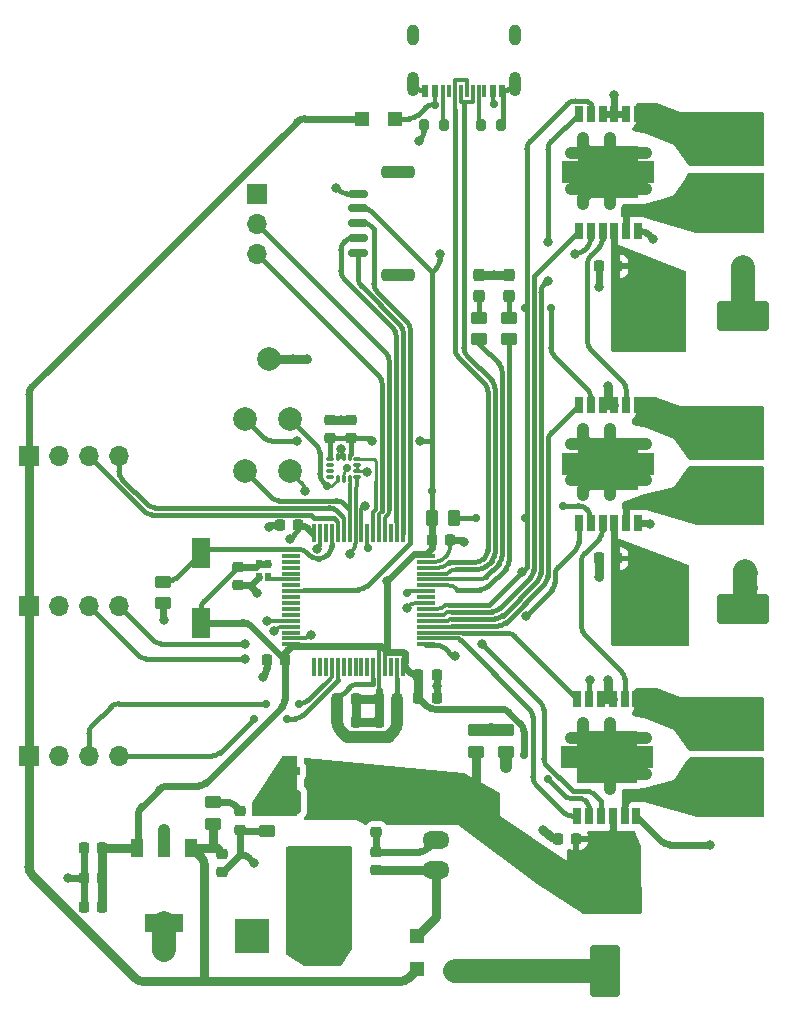
<source format=gbr>
%TF.GenerationSoftware,KiCad,Pcbnew,7.0.9-7.0.9~ubuntu22.04.1*%
%TF.CreationDate,2023-12-07T20:45:01+01:00*%
%TF.ProjectId,Carte_Base_roulante_2024,43617274-655f-4426-9173-655f726f756c,rev?*%
%TF.SameCoordinates,Original*%
%TF.FileFunction,Copper,L1,Top*%
%TF.FilePolarity,Positive*%
%FSLAX46Y46*%
G04 Gerber Fmt 4.6, Leading zero omitted, Abs format (unit mm)*
G04 Created by KiCad (PCBNEW 7.0.9-7.0.9~ubuntu22.04.1) date 2023-12-07 20:45:01*
%MOMM*%
%LPD*%
G01*
G04 APERTURE LIST*
G04 Aperture macros list*
%AMRoundRect*
0 Rectangle with rounded corners*
0 $1 Rounding radius*
0 $2 $3 $4 $5 $6 $7 $8 $9 X,Y pos of 4 corners*
0 Add a 4 corners polygon primitive as box body*
4,1,4,$2,$3,$4,$5,$6,$7,$8,$9,$2,$3,0*
0 Add four circle primitives for the rounded corners*
1,1,$1+$1,$2,$3*
1,1,$1+$1,$4,$5*
1,1,$1+$1,$6,$7*
1,1,$1+$1,$8,$9*
0 Add four rect primitives between the rounded corners*
20,1,$1+$1,$2,$3,$4,$5,0*
20,1,$1+$1,$4,$5,$6,$7,0*
20,1,$1+$1,$6,$7,$8,$9,0*
20,1,$1+$1,$8,$9,$2,$3,0*%
%AMFreePoly0*
4,1,29,0.903536,3.903536,0.905000,3.900000,0.905000,2.555000,2.200000,2.555000,2.203536,2.553536,2.205000,2.550000,2.205000,-2.550000,2.203536,-2.553536,2.200000,-2.555000,0.905000,-2.555000,0.905000,-3.900000,0.903536,-3.903536,0.900000,-3.905000,-0.900000,-3.905000,-0.903536,-3.903536,-0.905000,-3.900000,-0.905000,-2.555000,-2.200000,-2.555000,-2.203536,-2.553536,-2.205000,-2.550000,
-2.205000,2.550000,-2.203536,2.553536,-2.200000,2.555000,-0.905000,2.555000,-0.905000,3.900000,-0.903536,3.903536,-0.900000,3.905000,0.900000,3.905000,0.903536,3.903536,0.903536,3.903536,$1*%
G04 Aperture macros list end*
%TA.AperFunction,SMDPad,CuDef*%
%ADD10RoundRect,0.237500X-0.237500X0.287500X-0.237500X-0.287500X0.237500X-0.287500X0.237500X0.287500X0*%
%TD*%
%TA.AperFunction,SMDPad,CuDef*%
%ADD11C,2.000000*%
%TD*%
%TA.AperFunction,SMDPad,CuDef*%
%ADD12R,0.650000X1.350000*%
%TD*%
%TA.AperFunction,SMDPad,CuDef*%
%ADD13FreePoly0,90.000000*%
%TD*%
%TA.AperFunction,ComponentPad*%
%ADD14R,3.000000X3.000000*%
%TD*%
%TA.AperFunction,ComponentPad*%
%ADD15C,3.000000*%
%TD*%
%TA.AperFunction,ComponentPad*%
%ADD16R,1.700000X1.700000*%
%TD*%
%TA.AperFunction,ComponentPad*%
%ADD17O,1.700000X1.700000*%
%TD*%
%TA.AperFunction,SMDPad,CuDef*%
%ADD18RoundRect,0.225000X0.225000X0.250000X-0.225000X0.250000X-0.225000X-0.250000X0.225000X-0.250000X0*%
%TD*%
%TA.AperFunction,SMDPad,CuDef*%
%ADD19RoundRect,0.250000X-0.450000X0.262500X-0.450000X-0.262500X0.450000X-0.262500X0.450000X0.262500X0*%
%TD*%
%TA.AperFunction,SMDPad,CuDef*%
%ADD20RoundRect,0.150000X-0.150000X0.825000X-0.150000X-0.825000X0.150000X-0.825000X0.150000X0.825000X0*%
%TD*%
%TA.AperFunction,SMDPad,CuDef*%
%ADD21RoundRect,0.225000X-0.250000X0.225000X-0.250000X-0.225000X0.250000X-0.225000X0.250000X0.225000X0*%
%TD*%
%TA.AperFunction,SMDPad,CuDef*%
%ADD22R,0.600000X1.090000*%
%TD*%
%TA.AperFunction,SMDPad,CuDef*%
%ADD23R,0.300000X1.140000*%
%TD*%
%TA.AperFunction,ComponentPad*%
%ADD24O,1.000000X2.100000*%
%TD*%
%TA.AperFunction,ComponentPad*%
%ADD25O,1.000000X1.800000*%
%TD*%
%TA.AperFunction,SMDPad,CuDef*%
%ADD26R,1.000000X1.500000*%
%TD*%
%TA.AperFunction,SMDPad,CuDef*%
%ADD27R,3.300000X1.500000*%
%TD*%
%TA.AperFunction,SMDPad,CuDef*%
%ADD28RoundRect,0.250000X0.450000X-0.262500X0.450000X0.262500X-0.450000X0.262500X-0.450000X-0.262500X0*%
%TD*%
%TA.AperFunction,SMDPad,CuDef*%
%ADD29R,1.600000X2.500000*%
%TD*%
%TA.AperFunction,SMDPad,CuDef*%
%ADD30R,1.200000X1.200000*%
%TD*%
%TA.AperFunction,SMDPad,CuDef*%
%ADD31RoundRect,0.200000X0.200000X0.275000X-0.200000X0.275000X-0.200000X-0.275000X0.200000X-0.275000X0*%
%TD*%
%TA.AperFunction,SMDPad,CuDef*%
%ADD32R,0.600000X0.700000*%
%TD*%
%TA.AperFunction,SMDPad,CuDef*%
%ADD33RoundRect,0.075000X-0.700000X-0.075000X0.700000X-0.075000X0.700000X0.075000X-0.700000X0.075000X0*%
%TD*%
%TA.AperFunction,SMDPad,CuDef*%
%ADD34RoundRect,0.075000X-0.075000X-0.700000X0.075000X-0.700000X0.075000X0.700000X-0.075000X0.700000X0*%
%TD*%
%TA.AperFunction,SMDPad,CuDef*%
%ADD35RoundRect,0.218750X0.256250X-0.218750X0.256250X0.218750X-0.256250X0.218750X-0.256250X-0.218750X0*%
%TD*%
%TA.AperFunction,SMDPad,CuDef*%
%ADD36RoundRect,0.250000X-0.262500X-0.450000X0.262500X-0.450000X0.262500X0.450000X-0.262500X0.450000X0*%
%TD*%
%TA.AperFunction,SMDPad,CuDef*%
%ADD37RoundRect,0.250000X-1.950000X-1.000000X1.950000X-1.000000X1.950000X1.000000X-1.950000X1.000000X0*%
%TD*%
%TA.AperFunction,SMDPad,CuDef*%
%ADD38RoundRect,0.200000X-0.200000X-0.275000X0.200000X-0.275000X0.200000X0.275000X-0.200000X0.275000X0*%
%TD*%
%TA.AperFunction,SMDPad,CuDef*%
%ADD39RoundRect,0.250000X-1.000000X1.950000X-1.000000X-1.950000X1.000000X-1.950000X1.000000X1.950000X0*%
%TD*%
%TA.AperFunction,ComponentPad*%
%ADD40R,2.300000X1.500000*%
%TD*%
%TA.AperFunction,ComponentPad*%
%ADD41O,2.300000X1.500000*%
%TD*%
%TA.AperFunction,SMDPad,CuDef*%
%ADD42RoundRect,0.225000X0.250000X-0.225000X0.250000X0.225000X-0.250000X0.225000X-0.250000X-0.225000X0*%
%TD*%
%TA.AperFunction,SMDPad,CuDef*%
%ADD43RoundRect,0.027500X-0.222500X0.272500X-0.222500X-0.272500X0.222500X-0.272500X0.222500X0.272500X0*%
%TD*%
%TA.AperFunction,SMDPad,CuDef*%
%ADD44RoundRect,0.225000X-0.225000X-0.250000X0.225000X-0.250000X0.225000X0.250000X-0.225000X0.250000X0*%
%TD*%
%TA.AperFunction,SMDPad,CuDef*%
%ADD45RoundRect,0.150000X-0.700000X0.150000X-0.700000X-0.150000X0.700000X-0.150000X0.700000X0.150000X0*%
%TD*%
%TA.AperFunction,SMDPad,CuDef*%
%ADD46RoundRect,0.250000X-1.150000X0.250000X-1.150000X-0.250000X1.150000X-0.250000X1.150000X0.250000X0*%
%TD*%
%TA.AperFunction,SMDPad,CuDef*%
%ADD47RoundRect,0.087500X0.225000X0.087500X-0.225000X0.087500X-0.225000X-0.087500X0.225000X-0.087500X0*%
%TD*%
%TA.AperFunction,SMDPad,CuDef*%
%ADD48RoundRect,0.087500X0.087500X0.225000X-0.087500X0.225000X-0.087500X-0.225000X0.087500X-0.225000X0*%
%TD*%
%TA.AperFunction,ViaPad*%
%ADD49C,0.800000*%
%TD*%
%TA.AperFunction,ViaPad*%
%ADD50C,0.700000*%
%TD*%
%TA.AperFunction,Conductor*%
%ADD51C,0.300000*%
%TD*%
%TA.AperFunction,Conductor*%
%ADD52C,0.400000*%
%TD*%
%TA.AperFunction,Conductor*%
%ADD53C,0.600000*%
%TD*%
%TA.AperFunction,Conductor*%
%ADD54C,0.800000*%
%TD*%
%TA.AperFunction,Conductor*%
%ADD55C,1.000000*%
%TD*%
%TA.AperFunction,Conductor*%
%ADD56C,2.000000*%
%TD*%
%TA.AperFunction,Conductor*%
%ADD57C,0.250000*%
%TD*%
G04 APERTURE END LIST*
D10*
%TO.P,LED2,1,K*%
%TO.N,GND*%
X128072000Y-85475500D03*
%TO.P,LED2,2,A*%
%TO.N,Net-(LED2-A)*%
X128072000Y-87225500D03*
%TD*%
D11*
%TO.P,TP_MISO1,1,1*%
%TO.N,SPI1_MISO*%
X112070000Y-102075000D03*
%TD*%
D12*
%TO.P,U2,1,DIR*%
%TO.N,DIR2*%
X136547000Y-106438500D03*
%TO.P,U2,2,VSO*%
%TO.N,+3.3V*%
X137547000Y-106438500D03*
%TO.P,U2,3,SO*%
%TO.N,Net-(U2-SO)*%
X138547000Y-106438500D03*
%TO.P,U2,4,VS*%
%TO.N,+BATT*%
X139547000Y-106438500D03*
%TO.P,U2,5,OUT1*%
%TO.N,Net-(MOT2-Pin_1)*%
X140547000Y-106438500D03*
%TO.P,U2,6,GND*%
%TO.N,GND*%
X141547000Y-106438500D03*
%TO.P,U2,7,OUT2*%
%TO.N,Net-(MOT2-Pin_2)*%
X141547000Y-96488500D03*
%TO.P,U2,8,SI*%
%TO.N,Net-(U2-SI)*%
X140547000Y-96488500D03*
%TO.P,U2,9,CSN*%
%TO.N,GND*%
X139547000Y-96488500D03*
%TO.P,U2,10,SCK*%
X138547000Y-96488500D03*
%TO.P,U2,11,DIS*%
%TO.N,DIS*%
X137547000Y-96488500D03*
%TO.P,U2,12,PWM*%
%TO.N,PWM2*%
X136547000Y-96488500D03*
D13*
%TO.P,U2,13,GND*%
%TO.N,GND*%
X139047000Y-101463500D03*
%TD*%
D12*
%TO.P,U6,1,DIR*%
%TO.N,DIR1*%
X136547000Y-81755000D03*
%TO.P,U6,2,VSO*%
%TO.N,+3.3V*%
X137547000Y-81755000D03*
%TO.P,U6,3,SO*%
%TO.N,Net-(U2-SI)*%
X138547000Y-81755000D03*
%TO.P,U6,4,VS*%
%TO.N,+BATT*%
X139547000Y-81755000D03*
%TO.P,U6,5,OUT1*%
%TO.N,Net-(MOT1-Pin_1)*%
X140547000Y-81755000D03*
%TO.P,U6,6,GND*%
%TO.N,GND*%
X141547000Y-81755000D03*
%TO.P,U6,7,OUT2*%
%TO.N,Net-(MOT1-Pin_2)*%
X141547000Y-71805000D03*
%TO.P,U6,8,SI*%
%TO.N,GND*%
X140547000Y-71805000D03*
%TO.P,U6,9,CSN*%
X139547000Y-71805000D03*
%TO.P,U6,10,SCK*%
X138547000Y-71805000D03*
%TO.P,U6,11,DIS*%
%TO.N,DIS*%
X137547000Y-71805000D03*
%TO.P,U6,12,PWM*%
%TO.N,PWM1*%
X136547000Y-71805000D03*
D13*
%TO.P,U6,13,GND*%
%TO.N,GND*%
X139047000Y-76780000D03*
%TD*%
D14*
%TO.P,MOT3,1,Pin_1*%
%TO.N,Net-(MOT3-Pin_1)*%
X148265000Y-128850000D03*
D15*
%TO.P,MOT3,2,Pin_2*%
%TO.N,Net-(MOT3-Pin_2)*%
X148265000Y-123770000D03*
%TD*%
D16*
%TO.P,ENC 2,1,Pin_1*%
%TO.N,+5V*%
X89972000Y-113505000D03*
D17*
%TO.P,ENC 2,2,Pin_2*%
%TO.N,GND*%
X92512000Y-113505000D03*
%TO.P,ENC 2,3,Pin_3*%
%TO.N,Enc2_A*%
X95052000Y-113505000D03*
%TO.P,ENC 2,4,Pin_4*%
%TO.N,Enc2_B*%
X97592000Y-113505000D03*
%TD*%
D18*
%TO.P,C8,1*%
%TO.N,GND*%
X125646000Y-107917000D03*
%TO.P,C8,2*%
%TO.N,+3.3V*%
X124096000Y-107917000D03*
%TD*%
D19*
%TO.P,R4,1*%
%TO.N,MEAS_VBAT*%
X130358000Y-123999000D03*
%TO.P,R4,2*%
%TO.N,GND*%
X130358000Y-125824000D03*
%TD*%
D20*
%TO.P,Q2,1,S*%
%TO.N,+BATT*%
X116515000Y-130080000D03*
%TO.P,Q2,2,S*%
X115245000Y-130080000D03*
%TO.P,Q2,3,S*%
X113975000Y-130080000D03*
%TO.P,Q2,4,G*%
%TO.N,Net-(Q2-G)*%
X112705000Y-130080000D03*
%TO.P,Q2,5,D*%
%TO.N,Net-(ALIM1-Pin_2)*%
X112705000Y-135030000D03*
%TO.P,Q2,6,D*%
X113975000Y-135030000D03*
%TO.P,Q2,7,D*%
X115245000Y-135030000D03*
%TO.P,Q2,8,D*%
X116515000Y-135030000D03*
%TD*%
D21*
%TO.P,C16,1*%
%TO.N,GND*%
X115471500Y-97736000D03*
%TO.P,C16,2*%
%TO.N,+3.3V*%
X115471500Y-99286000D03*
%TD*%
D18*
%TO.P,C14,1*%
%TO.N,+3.3V*%
X117645000Y-123284000D03*
%TO.P,C14,2*%
%TO.N,GND*%
X116095000Y-123284000D03*
%TD*%
D22*
%TO.P,USB-C1,A1-B12,GND*%
%TO.N,GND*%
X130048000Y-69930000D03*
%TO.P,USB-C1,A4-B9,VBUS*%
%TO.N,VBUS*%
X129248000Y-69930000D03*
D23*
%TO.P,USB-C1,A5,CC1*%
%TO.N,Net-(USB-C1-CC1)*%
X128048000Y-69905000D03*
%TO.P,USB-C1,A6,D+1*%
%TO.N,USB_DP*%
X127048000Y-69905000D03*
%TO.P,USB-C1,A7,D-1*%
%TO.N,USB_DM*%
X126548000Y-69905000D03*
%TO.P,USB-C1,A8,SBU1*%
%TO.N,unconnected-(USB-C1-SBU1-PadA8)*%
X125548000Y-69905000D03*
D22*
%TO.P,USB-C1,B1-A12,GND*%
%TO.N,GND*%
X123548000Y-69930000D03*
%TO.P,USB-C1,B4-A9,VBUS*%
%TO.N,VBUS*%
X124348000Y-69930000D03*
D23*
%TO.P,USB-C1,B5,CC2*%
%TO.N,Net-(USB-C1-CC2)*%
X125048000Y-69905000D03*
%TO.P,USB-C1,B6,D+2*%
%TO.N,USB_DP*%
X126048000Y-69905000D03*
%TO.P,USB-C1,B7,D-2*%
%TO.N,USB_DM*%
X127548000Y-69905000D03*
%TO.P,USB-C1,B8,SBU2*%
%TO.N,unconnected-(USB-C1-SBU2-PadB8)*%
X128548000Y-69905000D03*
D24*
%TO.P,USB-C1,S,Shield*%
%TO.N,GND*%
X131118000Y-69335000D03*
D25*
X131118000Y-65155000D03*
D24*
X122478000Y-69335000D03*
D25*
X122478000Y-65155000D03*
%TD*%
D26*
%TO.P,Transfo5->3.3,1,IN*%
%TO.N,+5V*%
X103702000Y-134002000D03*
%TO.P,Transfo5->3.3,2,GND*%
%TO.N,GND*%
X101402000Y-134002000D03*
%TO.P,Transfo5->3.3,3,OUT*%
%TO.N,+3.3V*%
X99102000Y-134002000D03*
D27*
%TO.P,Transfo5->3.3,4,TAB*%
%TO.N,GND*%
X101402000Y-140302000D03*
%TD*%
D11*
%TO.P,TP_SCK1,1,1*%
%TO.N,SPI1_SCK*%
X108260000Y-97630000D03*
%TD*%
D28*
%TO.P,R5,1*%
%TO.N,+5V*%
X105593000Y-131920000D03*
%TO.P,R5,2*%
%TO.N,Net-(D5-A)*%
X105593000Y-130095000D03*
%TD*%
D18*
%TO.P,C9,1*%
%TO.N,GND*%
X124516000Y-119347000D03*
%TO.P,C9,2*%
%TO.N,+3.3V*%
X122966000Y-119347000D03*
%TD*%
D29*
%TO.P,SWITCH1,1,1*%
%TO.N,+3.3V*%
X104551000Y-114902000D03*
%TO.P,SWITCH1,2,2*%
%TO.N,/BOOT 0*%
X104551000Y-109002000D03*
%TD*%
D30*
%TO.P,D2,1,K*%
%TO.N,+5V*%
X122865000Y-144239000D03*
%TO.P,D2,2,A*%
%TO.N,Net-(D2-A)*%
X122865000Y-141439000D03*
%TD*%
D18*
%TO.P,C12,1*%
%TO.N,GND*%
X121175000Y-123284000D03*
%TO.P,C12,2*%
%TO.N,+3.3V*%
X119625000Y-123284000D03*
%TD*%
D19*
%TO.P,R2,1*%
%TO.N,Net-(Q2-G)*%
X110165000Y-130730000D03*
%TO.P,R2,2*%
%TO.N,GND*%
X110165000Y-132555000D03*
%TD*%
D31*
%TO.P,R8,1*%
%TO.N,Net-(USB-C1-CC2)*%
X125087000Y-72738000D03*
%TO.P,R8,2*%
%TO.N,GND*%
X123437000Y-72738000D03*
%TD*%
D32*
%TO.P,ZENER1,1,K*%
%TO.N,+BATT*%
X114040000Y-127475000D03*
%TO.P,ZENER1,2,A*%
%TO.N,Net-(Q2-G)*%
X112640000Y-127475000D03*
%TD*%
D11*
%TO.P,TP_GND1,1,1*%
%TO.N,GND*%
X110292000Y-92550000D03*
%TD*%
D33*
%TO.P,U1,1,VBAT*%
%TO.N,unconnected-(U1-VBAT-Pad1)*%
X112211000Y-109247000D03*
%TO.P,U1,2,PC13*%
%TO.N,unconnected-(U1-PC13-Pad2)*%
X112211000Y-109747000D03*
%TO.P,U1,3,PC14*%
%TO.N,unconnected-(U1-PC14-Pad3)*%
X112211000Y-110247000D03*
%TO.P,U1,4,PC15*%
%TO.N,unconnected-(U1-PC15-Pad4)*%
X112211000Y-110747000D03*
%TO.P,U1,5,PF0*%
%TO.N,OSCILATEUR*%
X112211000Y-111247000D03*
%TO.P,U1,6,PF1*%
%TO.N,unconnected-(U1-PF1-Pad6)*%
X112211000Y-111747000D03*
%TO.P,U1,7,PG10*%
%TO.N,RST*%
X112211000Y-112247000D03*
%TO.P,U1,8,PC0*%
%TO.N,unconnected-(U1-PC0-Pad8)*%
X112211000Y-112747000D03*
%TO.P,U1,9,PC1*%
%TO.N,unconnected-(U1-PC1-Pad9)*%
X112211000Y-113247000D03*
%TO.P,U1,10,PC2*%
%TO.N,unconnected-(U1-PC2-Pad10)*%
X112211000Y-113747000D03*
%TO.P,U1,11,PC3*%
%TO.N,unconnected-(U1-PC3-Pad11)*%
X112211000Y-114247000D03*
%TO.P,U1,12,PA0*%
%TO.N,Enc2_B*%
X112211000Y-114747000D03*
%TO.P,U1,13,PA1*%
%TO.N,Enc2_A*%
X112211000Y-115247000D03*
%TO.P,U1,14,PA2*%
%TO.N,unconnected-(U1-PA2-Pad14)*%
X112211000Y-115747000D03*
%TO.P,U1,15,VSS*%
%TO.N,GND*%
X112211000Y-116247000D03*
%TO.P,U1,16,VDD*%
%TO.N,+3.3V*%
X112211000Y-116747000D03*
D34*
%TO.P,U1,17,PA3*%
%TO.N,unconnected-(U1-PA3-Pad17)*%
X114136000Y-118672000D03*
%TO.P,U1,18,PA4*%
%TO.N,unconnected-(U1-PA4-Pad18)*%
X114636000Y-118672000D03*
%TO.P,U1,19,PA5*%
%TO.N,unconnected-(U1-PA5-Pad19)*%
X115136000Y-118672000D03*
%TO.P,U1,20,PA6*%
%TO.N,Enc1_A*%
X115636000Y-118672000D03*
%TO.P,U1,21,PA7*%
%TO.N,Enc1_B*%
X116136000Y-118672000D03*
%TO.P,U1,22,PC4*%
%TO.N,unconnected-(U1-PC4-Pad22)*%
X116636000Y-118672000D03*
%TO.P,U1,23,PC5*%
%TO.N,unconnected-(U1-PC5-Pad23)*%
X117136000Y-118672000D03*
%TO.P,U1,24,PB0*%
%TO.N,unconnected-(U1-PB0-Pad24)*%
X117636000Y-118672000D03*
%TO.P,U1,25,PB1*%
%TO.N,unconnected-(U1-PB1-Pad25)*%
X118136000Y-118672000D03*
%TO.P,U1,26,PB2*%
%TO.N,unconnected-(U1-PB2-Pad26)*%
X118636000Y-118672000D03*
%TO.P,U1,27,VSSA*%
%TO.N,GND*%
X119136000Y-118672000D03*
%TO.P,U1,28,VREF+*%
%TO.N,+3.3V*%
X119636000Y-118672000D03*
%TO.P,U1,29,VDDA*%
X120136000Y-118672000D03*
%TO.P,U1,30,PB10*%
%TO.N,unconnected-(U1-PB10-Pad30)*%
X120636000Y-118672000D03*
%TO.P,U1,31,VSS*%
%TO.N,GND*%
X121136000Y-118672000D03*
%TO.P,U1,32,VDD*%
%TO.N,+3.3V*%
X121636000Y-118672000D03*
D33*
%TO.P,U1,33,PB11*%
%TO.N,DIR2*%
X123561000Y-116747000D03*
%TO.P,U1,34,PB12*%
%TO.N,DIR3*%
X123561000Y-116247000D03*
%TO.P,U1,35,PB13*%
%TO.N,PWM3*%
X123561000Y-115747000D03*
%TO.P,U1,36,PB14*%
%TO.N,PWM2*%
X123561000Y-115247000D03*
%TO.P,U1,37,PB15*%
%TO.N,PWM1*%
X123561000Y-114747000D03*
%TO.P,U1,38,PC6*%
%TO.N,DIR1*%
X123561000Y-114247000D03*
%TO.P,U1,39,PC7*%
%TO.N,DIS*%
X123561000Y-113747000D03*
%TO.P,U1,40,PC8*%
%TO.N,ERROR_FLAG*%
X123561000Y-113247000D03*
%TO.P,U1,41,PC9*%
%TO.N,unconnected-(U1-PC9-Pad41)*%
X123561000Y-112747000D03*
%TO.P,U1,42,PA8*%
%TO.N,MEAS_VBAT*%
X123561000Y-112247000D03*
%TO.P,U1,43,PA9*%
%TO.N,LED1*%
X123561000Y-111747000D03*
%TO.P,U1,44,PA10*%
%TO.N,LED2*%
X123561000Y-111247000D03*
%TO.P,U1,45,PA11*%
%TO.N,USB_DM*%
X123561000Y-110747000D03*
%TO.P,U1,46,PA12*%
%TO.N,USB_DP*%
X123561000Y-110247000D03*
%TO.P,U1,47,VSS*%
%TO.N,GND*%
X123561000Y-109747000D03*
%TO.P,U1,48,VDD*%
%TO.N,+3.3V*%
X123561000Y-109247000D03*
D34*
%TO.P,U1,49,PA13*%
%TO.N,SWDIO*%
X121636000Y-107322000D03*
%TO.P,U1,50,PA14*%
%TO.N,SWCLK*%
X121136000Y-107322000D03*
%TO.P,U1,51,PA15*%
%TO.N,unconnected-(U1-PA15-Pad51)*%
X120636000Y-107322000D03*
%TO.P,U1,52,PC10*%
%TO.N,UART4_TX*%
X120136000Y-107322000D03*
%TO.P,U1,53,PC11*%
%TO.N,UART4_RX*%
X119636000Y-107322000D03*
%TO.P,U1,54,PC12*%
%TO.N,IMU_INT1*%
X119136000Y-107322000D03*
%TO.P,U1,55,PD2*%
%TO.N,SPI1_CS_IMU*%
X118636000Y-107322000D03*
%TO.P,U1,56,PB3*%
%TO.N,SPI1_SCK*%
X118136000Y-107322000D03*
%TO.P,U1,57,PB4*%
%TO.N,SPI1_MISO*%
X117636000Y-107322000D03*
%TO.P,U1,58,PB5*%
%TO.N,SPI1_MOSI*%
X117136000Y-107322000D03*
%TO.P,U1,59,PB6*%
%TO.N,Enc3_B*%
X116636000Y-107322000D03*
%TO.P,U1,60,PB7*%
%TO.N,Enc3_A*%
X116136000Y-107322000D03*
%TO.P,U1,61,PB8*%
%TO.N,/BOOT 0*%
X115636000Y-107322000D03*
%TO.P,U1,62,PB9*%
%TO.N,unconnected-(U1-PB9-Pad62)*%
X115136000Y-107322000D03*
%TO.P,U1,63,VSS*%
%TO.N,GND*%
X114636000Y-107322000D03*
%TO.P,U1,64,VDD*%
%TO.N,+3.3V*%
X114136000Y-107322000D03*
%TD*%
D18*
%TO.P,C22,1*%
%TO.N,+3.3V*%
X96209000Y-134002000D03*
%TO.P,C22,2*%
%TO.N,GND*%
X94659000Y-134002000D03*
%TD*%
D35*
%TO.P,D5,1,K*%
%TO.N,GND*%
X107879000Y-132428000D03*
%TO.P,D5,2,A*%
%TO.N,Net-(D5-A)*%
X107879000Y-130853000D03*
%TD*%
D36*
%TO.P,R1,1*%
%TO.N,+3.3V*%
X124111500Y-106012000D03*
%TO.P,R1,2*%
%TO.N,DIS*%
X125936500Y-106012000D03*
%TD*%
D21*
%TO.P,C23,1*%
%TO.N,+BATT*%
X119387500Y-131098000D03*
%TO.P,C23,2*%
%TO.N,GND*%
X119387500Y-132648000D03*
%TD*%
D37*
%TO.P,C2,1*%
%TO.N,+BATT*%
X142024000Y-88975000D03*
%TO.P,C2,2*%
%TO.N,GND*%
X150424000Y-88975000D03*
%TD*%
D38*
%TO.P,R7,1*%
%TO.N,Net-(USB-C1-CC1)*%
X128263000Y-72738000D03*
%TO.P,R7,2*%
%TO.N,GND*%
X129913000Y-72738000D03*
%TD*%
D39*
%TO.P,C6,1*%
%TO.N,+BATT*%
X138740000Y-135975000D03*
%TO.P,C6,2*%
%TO.N,GND*%
X138740000Y-144375000D03*
%TD*%
D18*
%TO.P,C11,1*%
%TO.N,GND*%
X124516000Y-121252000D03*
%TO.P,C11,2*%
%TO.N,+3.3V*%
X122966000Y-121252000D03*
%TD*%
D28*
%TO.P,R3,1*%
%TO.N,+BATT*%
X127818000Y-125824000D03*
%TO.P,R3,2*%
%TO.N,MEAS_VBAT*%
X127818000Y-123999000D03*
%TD*%
D16*
%TO.P,UART4,1,Pin_1*%
%TO.N,GND*%
X109276000Y-78595000D03*
D17*
%TO.P,UART4,2,Pin_2*%
%TO.N,UART4_TX*%
X109276000Y-81135000D03*
%TO.P,UART4,3,Pin_3*%
%TO.N,UART4_RX*%
X109276000Y-83675000D03*
%TD*%
D21*
%TO.P,C17,1*%
%TO.N,GND*%
X117216500Y-97736000D03*
%TO.P,C17,2*%
%TO.N,+3.3V*%
X117216500Y-99286000D03*
%TD*%
D16*
%TO.P,ENC 1,1,Pin_1*%
%TO.N,+5V*%
X89972000Y-126205000D03*
D17*
%TO.P,ENC 1,2,Pin_2*%
%TO.N,GND*%
X92512000Y-126205000D03*
%TO.P,ENC 1,3,Pin_3*%
%TO.N,Enc1_A*%
X95052000Y-126205000D03*
%TO.P,ENC 1,4,Pin_4*%
%TO.N,Enc1_B*%
X97592000Y-126205000D03*
%TD*%
D16*
%TO.P,ENC 3,1,Pin_1*%
%TO.N,+5V*%
X89972000Y-100805000D03*
D17*
%TO.P,ENC 3,2,Pin_2*%
%TO.N,GND*%
X92512000Y-100805000D03*
%TO.P,ENC 3,3,Pin_3*%
%TO.N,Enc3_A*%
X95052000Y-100805000D03*
%TO.P,ENC 3,4,Pin_4*%
%TO.N,Enc3_B*%
X97592000Y-100805000D03*
%TD*%
D18*
%TO.P,C21,1*%
%TO.N,+3.3V*%
X96209000Y-136512000D03*
%TO.P,C21,2*%
%TO.N,GND*%
X94659000Y-136512000D03*
%TD*%
%TO.P,C15,1*%
%TO.N,+3.3V*%
X117645000Y-121379000D03*
%TO.P,C15,2*%
%TO.N,GND*%
X116095000Y-121379000D03*
%TD*%
D40*
%TO.P,Transfo18->5,1,IN*%
%TO.N,+BATT*%
X124467500Y-130743000D03*
D41*
%TO.P,Transfo18->5,2,GND*%
%TO.N,GND*%
X124467500Y-133283000D03*
%TO.P,Transfo18->5,3,OUT*%
%TO.N,Net-(D2-A)*%
X124467500Y-135823000D03*
%TD*%
D11*
%TO.P,TP_MOSI1,1,1*%
%TO.N,SPI1_MOSI*%
X108260000Y-102075000D03*
%TD*%
D42*
%TO.P,C24,1*%
%TO.N,Net-(D2-A)*%
X119387500Y-135870000D03*
%TO.P,C24,2*%
%TO.N,GND*%
X119387500Y-134320000D03*
%TD*%
D43*
%TO.P,QUARTZ1,1,TS*%
%TO.N,+3.3V*%
X109466000Y-109907000D03*
%TO.P,QUARTZ1,2,GND*%
%TO.N,GND*%
X109466000Y-111007000D03*
%TO.P,QUARTZ1,3,OUT*%
%TO.N,OSCILATEUR*%
X110266000Y-111007000D03*
%TO.P,QUARTZ1,4,VDD*%
%TO.N,+3.3V*%
X110266000Y-109907000D03*
%TD*%
D10*
%TO.P,LED1,1,K*%
%TO.N,GND*%
X130612000Y-85466000D03*
%TO.P,LED1,2,A*%
%TO.N,Net-(LED1-A)*%
X130612000Y-87216000D03*
%TD*%
D21*
%TO.P,C18,1*%
%TO.N,+3.3V*%
X107726000Y-110177000D03*
%TO.P,C18,2*%
%TO.N,GND*%
X107726000Y-111727000D03*
%TD*%
D44*
%TO.P,C7,1*%
%TO.N,GND*%
X110126000Y-118077000D03*
%TO.P,C7,2*%
%TO.N,+3.3V*%
X111676000Y-118077000D03*
%TD*%
D14*
%TO.P,ALIM1,1,Pin_1*%
%TO.N,GND*%
X108895000Y-141445000D03*
D15*
%TO.P,ALIM1,2,Pin_2*%
%TO.N,Net-(ALIM1-Pin_2)*%
X113975000Y-141445000D03*
%TD*%
D44*
%TO.P,C10,1*%
%TO.N,GND*%
X111256000Y-106647000D03*
%TO.P,C10,2*%
%TO.N,+3.3V*%
X112806000Y-106647000D03*
%TD*%
D18*
%TO.P,C20,1*%
%TO.N,+3.3V*%
X96209000Y-139022000D03*
%TO.P,C20,2*%
%TO.N,GND*%
X94659000Y-139022000D03*
%TD*%
D30*
%TO.P,D3,1,K*%
%TO.N,+5V*%
X118160000Y-72230000D03*
%TO.P,D3,2,A*%
%TO.N,VBUS*%
X120960000Y-72230000D03*
%TD*%
D18*
%TO.P,C13,1*%
%TO.N,GND*%
X121175000Y-121379000D03*
%TO.P,C13,2*%
%TO.N,+3.3V*%
X119625000Y-121379000D03*
%TD*%
D28*
%TO.P,R6,1*%
%TO.N,LED2*%
X128072000Y-90922500D03*
%TO.P,R6,2*%
%TO.N,Net-(LED2-A)*%
X128072000Y-89097500D03*
%TD*%
D37*
%TO.P,C4,1*%
%TO.N,+BATT*%
X142024000Y-113725000D03*
%TO.P,C4,2*%
%TO.N,GND*%
X150424000Y-113725000D03*
%TD*%
D12*
%TO.P,U3,1,DIR*%
%TO.N,DIR3*%
X136420000Y-131285000D03*
%TO.P,U3,2,VSO*%
%TO.N,+3.3V*%
X137420000Y-131285000D03*
%TO.P,U3,3,SO*%
%TO.N,ERROR_FLAG*%
X138420000Y-131285000D03*
%TO.P,U3,4,VS*%
%TO.N,+BATT*%
X139420000Y-131285000D03*
%TO.P,U3,5,OUT1*%
%TO.N,Net-(MOT3-Pin_1)*%
X140420000Y-131285000D03*
%TO.P,U3,6,GND*%
%TO.N,GND*%
X141420000Y-131285000D03*
%TO.P,U3,7,OUT2*%
%TO.N,Net-(MOT3-Pin_2)*%
X141420000Y-121335000D03*
%TO.P,U3,8,SI*%
%TO.N,Net-(U2-SO)*%
X140420000Y-121335000D03*
%TO.P,U3,9,CSN*%
%TO.N,GND*%
X139420000Y-121335000D03*
%TO.P,U3,10,SCK*%
X138420000Y-121335000D03*
%TO.P,U3,11,DIS*%
%TO.N,DIS*%
X137420000Y-121335000D03*
%TO.P,U3,12,PWM*%
%TO.N,PWM3*%
X136420000Y-121335000D03*
D13*
%TO.P,U3,13,GND*%
%TO.N,GND*%
X138920000Y-126310000D03*
%TD*%
D28*
%TO.P,R10,1*%
%TO.N,LED1*%
X130646000Y-90913000D03*
%TO.P,R10,2*%
%TO.N,Net-(LED1-A)*%
X130646000Y-89088000D03*
%TD*%
D45*
%TO.P,DEBUG1,1,Pin_1*%
%TO.N,GND*%
X117864000Y-78588000D03*
%TO.P,DEBUG1,2,Pin_2*%
%TO.N,+3.3V*%
X117864000Y-79838000D03*
%TO.P,DEBUG1,3,Pin_3*%
%TO.N,RST*%
X117864000Y-81088000D03*
%TO.P,DEBUG1,4,Pin_4*%
%TO.N,SWCLK*%
X117864000Y-82338000D03*
%TO.P,DEBUG1,5,Pin_5*%
%TO.N,SWDIO*%
X117864000Y-83588000D03*
D46*
%TO.P,DEBUG1,MP*%
%TO.N,N/C*%
X121214000Y-76738000D03*
X121214000Y-85438000D03*
%TD*%
D47*
%TO.P,IMU1,1,SDO/SA0*%
%TO.N,SPI1_MISO*%
X117796500Y-102575000D03*
%TO.P,IMU1,2,SDX*%
%TO.N,GND*%
X117796500Y-102075000D03*
%TO.P,IMU1,3,SCX*%
X117796500Y-101575000D03*
%TO.P,IMU1,4,INT1*%
%TO.N,IMU_INT1*%
X117796500Y-101075000D03*
D48*
%TO.P,IMU1,5,VDDIO*%
%TO.N,+3.3V*%
X117134000Y-100912500D03*
%TO.P,IMU1,6,GND*%
%TO.N,GND*%
X116634000Y-100912500D03*
%TO.P,IMU1,7,GND*%
X116134000Y-100912500D03*
D47*
%TO.P,IMU1,8,VDD*%
%TO.N,+3.3V*%
X115471500Y-101075000D03*
%TO.P,IMU1,9,INT2*%
%TO.N,unconnected-(IMU1-INT2-Pad9)*%
X115471500Y-101575000D03*
%TO.P,IMU1,10,NC*%
%TO.N,unconnected-(IMU1-NC-Pad10)*%
X115471500Y-102075000D03*
%TO.P,IMU1,11,NC*%
%TO.N,unconnected-(IMU1-NC-Pad11)*%
X115471500Y-102575000D03*
D48*
%TO.P,IMU1,12,CS*%
%TO.N,SPI1_CS_IMU*%
X116134000Y-102737500D03*
%TO.P,IMU1,13,SCL*%
%TO.N,SPI1_SCK*%
X116634000Y-102737500D03*
%TO.P,IMU1,14,SDA*%
%TO.N,SPI1_MOSI*%
X117134000Y-102737500D03*
%TD*%
D21*
%TO.P,C19,1*%
%TO.N,+5V*%
X106369000Y-134497000D03*
%TO.P,C19,2*%
%TO.N,GND*%
X106369000Y-136047000D03*
%TD*%
D18*
%TO.P,C3,1*%
%TO.N,+BATT*%
X139790000Y-109475000D03*
%TO.P,C3,2*%
%TO.N,GND*%
X138240000Y-109475000D03*
%TD*%
D19*
%TO.P,R9,1*%
%TO.N,/BOOT 0*%
X101376000Y-111449500D03*
%TO.P,R9,2*%
%TO.N,GND*%
X101376000Y-113274500D03*
%TD*%
D14*
%TO.P,MOT2,1,Pin_1*%
%TO.N,Net-(MOT2-Pin_1)*%
X148265000Y-104085000D03*
D15*
%TO.P,MOT2,2,Pin_2*%
%TO.N,Net-(MOT2-Pin_2)*%
X148265000Y-99005000D03*
%TD*%
D11*
%TO.P,TP_CS1,1,1*%
%TO.N,SPI1_CS_IMU*%
X112070000Y-97630000D03*
%TD*%
D18*
%TO.P,C1,1*%
%TO.N,+BATT*%
X139790000Y-84725000D03*
%TO.P,C1,2*%
%TO.N,GND*%
X138240000Y-84725000D03*
%TD*%
D14*
%TO.P,MOT1,1,Pin_1*%
%TO.N,Net-(MOT1-Pin_1)*%
X148265000Y-79320000D03*
D15*
%TO.P,MOT1,2,Pin_2*%
%TO.N,Net-(MOT1-Pin_2)*%
X148265000Y-74240000D03*
%TD*%
D18*
%TO.P,C5,1*%
%TO.N,+BATT*%
X136340000Y-133190000D03*
%TO.P,C5,2*%
%TO.N,GND*%
X134790000Y-133190000D03*
%TD*%
D49*
%TO.N,PWM1*%
X133914000Y-82644000D03*
%TO.N,GND*%
X135890000Y-124714000D03*
X139192000Y-123444000D03*
X142240000Y-127762000D03*
X139192000Y-129032000D03*
X142240000Y-124714000D03*
X136906000Y-123444000D03*
X136906000Y-104140000D03*
X135890000Y-99822000D03*
X139192000Y-98552000D03*
X142240000Y-102870000D03*
X139192000Y-104140000D03*
X135890000Y-102870000D03*
X142240000Y-99822000D03*
X136906000Y-98552000D03*
%TO.N,+BATT*%
X139756000Y-116287000D03*
X144836000Y-87854000D03*
X141026000Y-139032000D03*
X145090000Y-110445000D03*
X144836000Y-90902000D03*
X140010000Y-91156000D03*
X145090000Y-116287000D03*
X142042000Y-85314000D03*
X145090000Y-113493000D03*
X141026000Y-133698000D03*
X144836000Y-85822000D03*
X137216000Y-139032000D03*
X136454000Y-135222000D03*
X142296000Y-110445000D03*
%TO.N,GND*%
X150678000Y-111969000D03*
X116388000Y-100170000D03*
X101402000Y-142588000D03*
X113538000Y-92550000D03*
X138994000Y-94836000D03*
X118615710Y-102141149D03*
X135890000Y-78232000D03*
X135890000Y-75184000D03*
X93274000Y-136492000D03*
X150678000Y-113493000D03*
X109784000Y-119474000D03*
X130612000Y-144366000D03*
X101402000Y-140556000D03*
X124516000Y-120236000D03*
X136906000Y-73914000D03*
X109276000Y-112362000D03*
X150424000Y-84806000D03*
X150424000Y-86330000D03*
X139502000Y-70198000D03*
X101402000Y-132428000D03*
X109022000Y-135222000D03*
X130358000Y-127094000D03*
X127564000Y-144366000D03*
X147630000Y-133698000D03*
X138213000Y-86525000D03*
X123020000Y-74090000D03*
X129088000Y-144366000D03*
X133533000Y-132428000D03*
X150424000Y-87854000D03*
X142550000Y-106520000D03*
X126040000Y-144366000D03*
X136906000Y-79502000D03*
X120452000Y-124554000D03*
X133660000Y-144366000D03*
X101402000Y-141572000D03*
X132136000Y-144366000D03*
X150678000Y-110699000D03*
X138213000Y-111002000D03*
X138994000Y-119728000D03*
X101402000Y-114648000D03*
X118674000Y-124554000D03*
X116896000Y-124554000D03*
X139192000Y-73914000D03*
X135184000Y-144366000D03*
X142240000Y-78232000D03*
X129342000Y-85466000D03*
X126802000Y-108044000D03*
X114375074Y-108676795D03*
X142804000Y-82390000D03*
X112324000Y-92550000D03*
X113848000Y-115918000D03*
X142240000Y-75184000D03*
X139192000Y-79502000D03*
X116388000Y-97736000D03*
X110292000Y-106774000D03*
X116020000Y-78090000D03*
%TO.N,+3.3V*%
X123085500Y-99535000D03*
D50*
X133914000Y-128110000D03*
X135184000Y-104996000D03*
X131894500Y-126078000D03*
X124111500Y-103726000D03*
D49*
X136200000Y-83660000D03*
X119055000Y-99535000D03*
X124770000Y-83660000D03*
X112070000Y-107790000D03*
X120320748Y-111397000D03*
D50*
%TO.N,VBUS*%
X124348000Y-71046000D03*
X129342000Y-70960000D03*
D49*
%TO.N,Enc2_A*%
X110735006Y-115596035D03*
X108260000Y-117950000D03*
%TO.N,Enc2_B*%
X110165000Y-114775000D03*
X108260000Y-116680000D03*
D50*
%TO.N,Enc1_A*%
X112832000Y-121760000D03*
X110038000Y-121760000D03*
%TO.N,Enc1_B*%
X109022000Y-123030000D03*
X111816000Y-123030000D03*
D49*
%TO.N,DIS*%
X131738140Y-110584000D03*
D50*
X127818000Y-106012000D03*
X131977088Y-88232000D03*
D49*
X137470000Y-119728000D03*
D50*
X131977088Y-106012000D03*
X134168000Y-88232000D03*
%TO.N,MEAS_VBAT*%
X129088000Y-123895500D03*
X121976000Y-112362000D03*
%TO.N,SPI1_SCK*%
X116950758Y-101843072D03*
D49*
X118420000Y-104996000D03*
X112705000Y-99535000D03*
%TO.N,SPI1_MISO*%
X113340000Y-103772500D03*
X117150000Y-109060000D03*
D50*
%TO.N,SPI1_CS_IMU*%
X118674000Y-108552000D03*
X115245000Y-103345000D03*
D49*
%TO.N,DIR2*%
X132066332Y-114324332D03*
X126040000Y-117696000D03*
%TO.N,PWM1*%
X133914000Y-85946000D03*
%TO.N,ERROR_FLAG*%
X128326000Y-116680000D03*
X121976000Y-113632000D03*
%TD*%
D51*
%TO.N,Enc1_A*%
X114950120Y-120236000D02*
X115636000Y-119550120D01*
X115636000Y-119550120D02*
X115636000Y-118672000D01*
D52*
%TO.N,RST*%
X119006899Y-81380886D02*
G75*
G03*
X118299785Y-81088000I-707099J-707114D01*
G01*
X119182030Y-86207258D02*
G75*
G03*
X119474893Y-86914365I999970J-42D01*
G01*
X122286010Y-90139686D02*
G75*
G03*
X121993107Y-89432579I-1000010J-14D01*
G01*
X117884616Y-112108011D02*
G75*
G03*
X118591723Y-111815107I-16J1000011D01*
G01*
X119182000Y-81556001D02*
X119182000Y-86207258D01*
X122286000Y-90139686D02*
X122286000Y-108120830D01*
X117864000Y-81088000D02*
X118299785Y-81088000D01*
X117884616Y-112108000D02*
X113298830Y-112108000D01*
X119006892Y-81380893D02*
X119182000Y-81556001D01*
X119474893Y-86914365D02*
X121993107Y-89432579D01*
X122286000Y-108120830D02*
X118591723Y-111815107D01*
D51*
%TO.N,UART4_TX*%
X120136000Y-107322000D02*
X120136000Y-106012000D01*
X120486000Y-105662000D02*
X120486000Y-105247786D01*
X120136000Y-106012000D02*
X120486000Y-105662000D01*
D53*
%TO.N,+3.3V*%
X123561000Y-109097000D02*
X124096000Y-108562000D01*
X124096000Y-108562000D02*
X124096000Y-107917000D01*
X120320748Y-111397000D02*
X122620748Y-109097000D01*
X122620748Y-109097000D02*
X123561000Y-109097000D01*
D54*
%TO.N,GND*%
X112324000Y-92550000D02*
X113538000Y-92550000D01*
X110292000Y-92550000D02*
X112324000Y-92550000D01*
D52*
%TO.N,ERROR_FLAG*%
X136052000Y-129194000D02*
X136052000Y-129187339D01*
X136052000Y-129187339D02*
X133704683Y-126840022D01*
X133558248Y-126486468D02*
G75*
G03*
X133704683Y-126840022I499952J-32D01*
G01*
X137722450Y-129340444D02*
G75*
G03*
X137368893Y-129194000I-353550J-353556D01*
G01*
%TO.N,+3.3V*%
X135451550Y-129647556D02*
G75*
G03*
X135805107Y-129794000I353550J353556D01*
G01*
X137052449Y-129940443D02*
G75*
G03*
X136698893Y-129794000I-353549J-353557D01*
G01*
X137419995Y-130515107D02*
G75*
G03*
X137273553Y-130161553I-499995J7D01*
G01*
%TO.N,ERROR_FLAG*%
X133558190Y-122326450D02*
G75*
G03*
X133265343Y-121619343I-999990J50D01*
G01*
X138420000Y-130058000D02*
X138420000Y-131285000D01*
X128326000Y-116680000D02*
X133265343Y-121619343D01*
X136052000Y-129194000D02*
X137368893Y-129194000D01*
X133558236Y-122326450D02*
X133558236Y-126486468D01*
X137722447Y-129340447D02*
X138430000Y-130048000D01*
X138430000Y-130048000D02*
X138420000Y-130058000D01*
%TO.N,+3.3V*%
X137420000Y-131285000D02*
X137420000Y-130515107D01*
X135451553Y-129647553D02*
X133914000Y-128110000D01*
X137273553Y-130161553D02*
X137052446Y-129940446D01*
X136698893Y-129794000D02*
X135805107Y-129794000D01*
D55*
%TO.N,GND*%
X135890000Y-99822000D02*
X137405500Y-99822000D01*
X137405500Y-99822000D02*
X139047000Y-101463500D01*
X136906000Y-98552000D02*
X136906000Y-99322500D01*
X136906000Y-99322500D02*
X139047000Y-101463500D01*
X139192000Y-98552000D02*
X139192000Y-101318500D01*
X139192000Y-101318500D02*
X139047000Y-101463500D01*
X142240000Y-99822000D02*
X140688500Y-99822000D01*
X140688500Y-99822000D02*
X139047000Y-101463500D01*
X142240000Y-102870000D02*
X140453500Y-102870000D01*
X140453500Y-102870000D02*
X139047000Y-101463500D01*
X139192000Y-104140000D02*
X139192000Y-101608500D01*
X139192000Y-101608500D02*
X139047000Y-101463500D01*
X136906000Y-104140000D02*
X136906000Y-103604500D01*
X136906000Y-103604500D02*
X139047000Y-101463500D01*
X135890000Y-102870000D02*
X137640500Y-102870000D01*
X137640500Y-102870000D02*
X139047000Y-101463500D01*
X142240000Y-127762000D02*
X140372000Y-127762000D01*
X140372000Y-127762000D02*
X138920000Y-126310000D01*
X142240000Y-124714000D02*
X140516000Y-124714000D01*
X140516000Y-124714000D02*
X138920000Y-126310000D01*
X139192000Y-123444000D02*
X139192000Y-126038000D01*
X139192000Y-126038000D02*
X138920000Y-126310000D01*
X136906000Y-123444000D02*
X136906000Y-124296000D01*
X136906000Y-124296000D02*
X138920000Y-126310000D01*
X135890000Y-124714000D02*
X137324000Y-124714000D01*
X137324000Y-124714000D02*
X138920000Y-126310000D01*
X139192000Y-129032000D02*
X139192000Y-126582000D01*
X139192000Y-126582000D02*
X138920000Y-126310000D01*
X135890000Y-78232000D02*
X137595000Y-78232000D01*
X137595000Y-78232000D02*
X139047000Y-76780000D01*
X136906000Y-79502000D02*
X136906000Y-78921000D01*
X136906000Y-78921000D02*
X139047000Y-76780000D01*
X139192000Y-79502000D02*
X139192000Y-76925000D01*
X139192000Y-76925000D02*
X139047000Y-76780000D01*
X142240000Y-78232000D02*
X140499000Y-78232000D01*
X140499000Y-78232000D02*
X139047000Y-76780000D01*
X142240000Y-75184000D02*
X140643000Y-75184000D01*
X140643000Y-75184000D02*
X139047000Y-76780000D01*
X139192000Y-73914000D02*
X139192000Y-76635000D01*
X139192000Y-76635000D02*
X139047000Y-76780000D01*
X136906000Y-73914000D02*
X136906000Y-74639000D01*
X136906000Y-74639000D02*
X139047000Y-76780000D01*
X135890000Y-75184000D02*
X137451000Y-75184000D01*
X137451000Y-75184000D02*
X139047000Y-76780000D01*
D52*
%TO.N,Enc1_A*%
X95344886Y-123603100D02*
G75*
G03*
X95052000Y-124310214I707114J-707100D01*
G01*
X97602214Y-121760010D02*
G75*
G03*
X96895107Y-122052893I-14J-999990D01*
G01*
X110038000Y-121760000D02*
X97602214Y-121760000D01*
X96895107Y-122052893D02*
X95344893Y-123603107D01*
X95052000Y-124310214D02*
X95052000Y-126205000D01*
D54*
%TO.N,+3.3V*%
X99102000Y-134002000D02*
X96209000Y-134002000D01*
X96209000Y-136512000D02*
X96209000Y-134002000D01*
X96209000Y-139022000D02*
X96209000Y-136512000D01*
%TO.N,+5V*%
X105593000Y-131920000D02*
X105593000Y-133721000D01*
X105593000Y-133721000D02*
X105874000Y-134002000D01*
X103702000Y-134002000D02*
X105874000Y-134002000D01*
X105874000Y-134002000D02*
X106369000Y-134497000D01*
%TO.N,Net-(D2-A)*%
X124467500Y-135823000D02*
X124467500Y-139836500D01*
X124467500Y-139836500D02*
X122865000Y-141439000D01*
X119387500Y-135870000D02*
X124420500Y-135870000D01*
X124420500Y-135870000D02*
X124467500Y-135823000D01*
D53*
%TO.N,+BATT*%
X139127107Y-135587893D02*
X138740000Y-135975000D01*
X139839893Y-86601893D02*
X142213000Y-88975000D01*
D54*
X127818000Y-125824000D02*
X127818000Y-129126000D01*
D53*
X139547000Y-106438500D02*
X139547000Y-110529786D01*
X139839893Y-111351893D02*
X142213000Y-113725000D01*
X124643000Y-130567500D02*
X124467500Y-130743000D01*
X139547000Y-81755000D02*
X139547000Y-85764786D01*
X139420000Y-131285000D02*
X139420000Y-134880786D01*
X139127114Y-135587900D02*
G75*
G03*
X139420000Y-134880786I-707114J707100D01*
G01*
X139547010Y-110644786D02*
G75*
G03*
X139839893Y-111351893I999990J-14D01*
G01*
X139547010Y-85894786D02*
G75*
G03*
X139839893Y-86601893I999990J-14D01*
G01*
D52*
%TO.N,GND*%
X116225107Y-78295107D02*
X116020000Y-78090000D01*
D53*
X124516000Y-119347000D02*
X124516000Y-120236000D01*
D56*
X150424000Y-86330000D02*
X150424000Y-84806000D01*
X150613000Y-113428000D02*
X150613000Y-112034000D01*
D57*
X118615710Y-102141149D02*
X118549561Y-102075000D01*
D53*
X108746000Y-111727000D02*
X108746000Y-111832000D01*
X126675000Y-107917000D02*
X126802000Y-108044000D01*
D56*
X129088000Y-144366000D02*
X129079000Y-144375000D01*
D53*
X141547000Y-81755000D02*
X141754786Y-81755000D01*
X108629893Y-134829893D02*
X109022000Y-135222000D01*
X141420000Y-131298000D02*
X141420000Y-131285000D01*
D56*
X150424000Y-88975000D02*
X150424000Y-87854000D01*
D53*
X139547000Y-70243000D02*
X139502000Y-70198000D01*
D55*
X120882107Y-124051893D02*
X120452000Y-124482000D01*
X120452000Y-124554000D02*
X120380000Y-124554000D01*
D54*
X128081500Y-85466000D02*
X128072000Y-85475500D01*
D52*
X116095000Y-121379000D02*
X117044582Y-120429418D01*
X123437000Y-72738000D02*
X123437000Y-73258786D01*
D53*
X124516000Y-120236000D02*
X124516000Y-121252000D01*
D52*
X130092000Y-69974000D02*
X130048000Y-69930000D01*
D55*
X120380000Y-124554000D02*
X120380000Y-124554000D01*
D54*
X138994000Y-121335000D02*
X138420000Y-121335000D01*
X130612000Y-85466000D02*
X128081500Y-85466000D01*
D53*
X110165000Y-92677000D02*
X110292000Y-92550000D01*
D51*
X125646000Y-108515968D02*
X125646000Y-107917000D01*
D56*
X101402000Y-141572000D02*
X101402000Y-142588000D01*
D53*
X110126000Y-118077000D02*
X110126000Y-118717786D01*
X101376000Y-114622000D02*
X101402000Y-114648000D01*
X94659000Y-136512000D02*
X93294000Y-136512000D01*
D52*
X130048000Y-69930000D02*
X130108786Y-69930000D01*
D53*
X107726000Y-111727000D02*
X108746000Y-111727000D01*
D56*
X131120000Y-144366000D02*
X131111000Y-144375000D01*
X150613000Y-113558000D02*
X150678000Y-113493000D01*
D51*
X121136000Y-118672000D02*
X121136000Y-119620830D01*
D55*
X130358000Y-125824000D02*
X130358000Y-127094000D01*
D56*
X132653000Y-144375000D02*
X132644000Y-144366000D01*
D53*
X108746000Y-111832000D02*
X109276000Y-112362000D01*
D51*
X123561000Y-109747000D02*
X124414968Y-109747000D01*
D53*
X143527107Y-133405107D02*
X141420000Y-131298000D01*
D56*
X138740000Y-144375000D02*
X132653000Y-144375000D01*
D53*
X119387500Y-132648000D02*
X119387500Y-134320000D01*
D54*
X138547000Y-96488500D02*
X138994000Y-96488500D01*
D53*
X94659000Y-139022000D02*
X94659000Y-136512000D01*
X141547000Y-106438500D02*
X142468500Y-106438500D01*
D54*
X139420000Y-121335000D02*
X138994000Y-121335000D01*
D53*
X94659000Y-134002000D02*
X94659000Y-136512000D01*
D55*
X120198000Y-124554000D02*
X118674000Y-124554000D01*
D53*
X139547000Y-71805000D02*
X139547000Y-70243000D01*
D57*
X118674000Y-102202000D02*
X118674000Y-102199439D01*
D55*
X118674000Y-124554000D02*
X117150000Y-124554000D01*
D56*
X129079000Y-144375000D02*
X127573000Y-144375000D01*
X101402000Y-140556000D02*
X101402000Y-141572000D01*
D52*
X122780107Y-69637107D02*
X122478000Y-69335000D01*
D53*
X107879000Y-134537000D02*
X107922786Y-134537000D01*
D56*
X131111000Y-144375000D02*
X129097000Y-144375000D01*
D57*
X117796500Y-101575000D02*
X117796500Y-102075000D01*
D56*
X131129000Y-144375000D02*
X131120000Y-144366000D01*
D54*
X115471500Y-97736000D02*
X117216500Y-97736000D01*
D56*
X150424000Y-87854000D02*
X150424000Y-86330000D01*
X126049000Y-144375000D02*
X126040000Y-144366000D01*
D55*
X116896000Y-124554000D02*
X116890000Y-124554000D01*
D56*
X127555000Y-144375000D02*
X126049000Y-144375000D01*
D57*
X118674000Y-102199439D02*
X118615710Y-102141149D01*
D54*
X138994000Y-96488500D02*
X138994000Y-94836000D01*
D53*
X101376000Y-113274500D02*
X101376000Y-114622000D01*
D55*
X121175000Y-123284000D02*
X121175000Y-123344786D01*
D56*
X101402000Y-140302000D02*
X101402000Y-140556000D01*
X129097000Y-144375000D02*
X129088000Y-144366000D01*
D52*
X130092000Y-72559000D02*
X130092000Y-72090000D01*
D55*
X116095000Y-123344786D02*
X116095000Y-123284000D01*
D53*
X140547000Y-71805000D02*
X138547000Y-71805000D01*
D52*
X121175000Y-121379000D02*
X121175000Y-119659830D01*
D56*
X150613000Y-112034000D02*
X150678000Y-111969000D01*
X150613000Y-111904000D02*
X150613000Y-110764000D01*
D51*
X119136000Y-118672000D02*
X119136000Y-119550120D01*
X125122075Y-109454107D02*
X125353107Y-109223075D01*
D56*
X150678000Y-113493000D02*
X150613000Y-113428000D01*
D55*
X117150000Y-124554000D02*
X116896000Y-124554000D01*
D56*
X127564000Y-144366000D02*
X127555000Y-144375000D01*
D51*
X114636000Y-107322000D02*
X114636000Y-108415869D01*
D52*
X117751689Y-120136525D02*
X119082526Y-120136525D01*
X123144107Y-73965893D02*
X123020000Y-74090000D01*
D51*
X114636000Y-108415869D02*
X114375074Y-108676795D01*
D53*
X142468500Y-106438500D02*
X142550000Y-106520000D01*
D52*
X123548000Y-69930000D02*
X123487214Y-69930000D01*
D53*
X110419000Y-92677000D02*
X110292000Y-92550000D01*
D51*
X121136000Y-119620830D02*
X121175000Y-119659830D01*
D54*
X138994000Y-121335000D02*
X138994000Y-119728000D01*
D53*
X142461893Y-82047893D02*
X142804000Y-82390000D01*
D56*
X132644000Y-144366000D02*
X132635000Y-144375000D01*
D55*
X121175000Y-121379000D02*
X121175000Y-123284000D01*
X120452000Y-124482000D02*
X120452000Y-124554000D01*
D53*
X123723393Y-134027107D02*
X124467500Y-133283000D01*
D57*
X118549561Y-102075000D02*
X117796500Y-102075000D01*
X116388000Y-100912500D02*
X116634000Y-100912500D01*
D53*
X138240000Y-86498000D02*
X138213000Y-86525000D01*
D54*
X134790000Y-133190000D02*
X134709214Y-133190000D01*
D53*
X119387500Y-134320000D02*
X123016286Y-134320000D01*
X108006000Y-132555000D02*
X107879000Y-132428000D01*
X109833107Y-119424893D02*
X109784000Y-119474000D01*
D52*
X117864000Y-78588000D02*
X116932214Y-78588000D01*
X130092000Y-72090000D02*
X130092000Y-69974000D01*
D56*
X150613000Y-110634000D02*
X150613000Y-110510000D01*
D55*
X116890000Y-124554000D02*
X116387893Y-124051893D01*
D54*
X138240000Y-109710000D02*
X138240000Y-110975000D01*
D52*
X129913000Y-72738000D02*
X130092000Y-72559000D01*
D53*
X107879000Y-134537000D02*
X107879000Y-132428000D01*
D57*
X116134000Y-100912500D02*
X116388000Y-100912500D01*
D56*
X150678000Y-111969000D02*
X150613000Y-111904000D01*
D55*
X101402000Y-134002000D02*
X101402000Y-132428000D01*
D53*
X110165000Y-132555000D02*
X108006000Y-132555000D01*
D51*
X113811893Y-115954107D02*
X113848000Y-115918000D01*
D54*
X134002107Y-132897107D02*
X133533000Y-132428000D01*
D52*
X119082526Y-120136525D02*
X119082526Y-119674304D01*
D56*
X150613000Y-113725000D02*
X150613000Y-113558000D01*
D54*
X138994000Y-96488500D02*
X139547000Y-96488500D01*
D53*
X125646000Y-107917000D02*
X126675000Y-107917000D01*
D56*
X150678000Y-110699000D02*
X150613000Y-110634000D01*
D55*
X120380000Y-124554000D02*
X120198000Y-124554000D01*
D56*
X132635000Y-144375000D02*
X131129000Y-144375000D01*
D55*
X116095000Y-121379000D02*
X116095000Y-123284000D01*
D53*
X111256000Y-106647000D02*
X110419000Y-106647000D01*
D56*
X127573000Y-144375000D02*
X127564000Y-144366000D01*
X150613000Y-110764000D02*
X150678000Y-110699000D01*
D53*
X108746000Y-111727000D02*
X109466000Y-111007000D01*
D57*
X116388000Y-100912500D02*
X116388000Y-100170000D01*
D51*
X112211000Y-116247000D02*
X113104786Y-116247000D01*
D54*
X138240000Y-110975000D02*
X138213000Y-111002000D01*
D53*
X110419000Y-106647000D02*
X110292000Y-106774000D01*
X106369000Y-136047000D02*
X107879000Y-134537000D01*
D52*
X130815893Y-69637107D02*
X131118000Y-69335000D01*
D53*
X147630000Y-133698000D02*
X144234214Y-133698000D01*
X93294000Y-136512000D02*
X93274000Y-136492000D01*
X138240000Y-84725000D02*
X138240000Y-86498000D01*
X142461900Y-82047886D02*
G75*
G03*
X141754786Y-81755000I-707100J-707114D01*
G01*
D51*
X124414968Y-109746977D02*
G75*
G03*
X125122075Y-109454107I32J999977D01*
G01*
D52*
X123144114Y-73965900D02*
G75*
G03*
X123437000Y-73258786I-707114J707100D01*
G01*
X122780100Y-69637114D02*
G75*
G03*
X123487214Y-69930000I707100J707114D01*
G01*
X130108786Y-69929990D02*
G75*
G03*
X130815893Y-69637107I14J999990D01*
G01*
X117751689Y-120136510D02*
G75*
G03*
X117044582Y-120429418I11J-999990D01*
G01*
D53*
X108629900Y-134829886D02*
G75*
G03*
X107922786Y-134537000I-707100J-707114D01*
G01*
D55*
X116095010Y-123344786D02*
G75*
G03*
X116387893Y-124051893I999990J-14D01*
G01*
D53*
X123016286Y-134319990D02*
G75*
G03*
X123723393Y-134027107I14J999990D01*
G01*
D52*
X116225100Y-78295114D02*
G75*
G03*
X116932214Y-78588000I707100J707114D01*
G01*
D55*
X120882114Y-124051900D02*
G75*
G03*
X121175000Y-123344786I-707114J707100D01*
G01*
D51*
X113104786Y-116246990D02*
G75*
G03*
X113811893Y-115954107I14J999990D01*
G01*
D53*
X109833114Y-119424900D02*
G75*
G03*
X110126000Y-118717786I-707114J707100D01*
G01*
X143527100Y-133405114D02*
G75*
G03*
X144234214Y-133698000I707100J707114D01*
G01*
D51*
X125353123Y-109223091D02*
G75*
G03*
X125646000Y-108515968I-707123J707091D01*
G01*
D54*
X134002100Y-132897114D02*
G75*
G03*
X134709214Y-133190000I707100J707114D01*
G01*
D53*
%TO.N,+3.3V*%
X111676000Y-118077000D02*
X111676000Y-121345786D01*
X100982107Y-129037893D02*
X99521893Y-130498107D01*
X119436000Y-116897000D02*
X119820748Y-116897000D01*
D52*
X115471500Y-99286000D02*
X117216500Y-99286000D01*
X117864000Y-79838000D02*
X118299785Y-79838000D01*
D53*
X124111500Y-107901500D02*
X124096000Y-107917000D01*
D51*
X119636000Y-120573000D02*
X119625000Y-120584000D01*
D52*
X119006892Y-80130893D02*
X124111500Y-85235501D01*
X137254107Y-105345607D02*
X137197393Y-105288893D01*
D53*
X104276786Y-128745000D02*
X101689214Y-128745000D01*
X121677000Y-117397000D02*
X121786000Y-117506000D01*
D51*
X119636000Y-117097000D02*
X119436000Y-116897000D01*
D53*
X107726000Y-110177000D02*
X109196000Y-110177000D01*
X131894500Y-124169626D02*
X131894500Y-126078000D01*
D52*
X112806000Y-107054000D02*
X112070000Y-107790000D01*
D54*
X119625000Y-123284000D02*
X119625000Y-121379000D01*
D52*
X124770000Y-83660000D02*
X124770000Y-84162787D01*
D53*
X113603893Y-106939893D02*
X113986000Y-107322000D01*
X110266000Y-109907000D02*
X109466000Y-109907000D01*
D52*
X123085500Y-99535000D02*
X124111500Y-99535000D01*
X136490286Y-104996000D02*
X135184000Y-104996000D01*
X112806000Y-106647000D02*
X112806000Y-107054000D01*
D53*
X120320748Y-111397000D02*
X120320748Y-117397000D01*
D52*
X115471500Y-99286000D02*
X115471500Y-101000000D01*
X118806000Y-99286000D02*
X119055000Y-99535000D01*
X137254107Y-83122893D02*
X137009893Y-83367107D01*
X104843893Y-113059107D02*
X107726000Y-110177000D01*
D54*
X117645000Y-123284000D02*
X119625000Y-123284000D01*
D53*
X112625214Y-116897000D02*
X119436000Y-116897000D01*
D52*
X117216500Y-99286000D02*
X118806000Y-99286000D01*
X124477107Y-84869894D02*
X124111500Y-85235501D01*
D54*
X122966000Y-120236000D02*
X122966000Y-121252000D01*
D53*
X112806000Y-106647000D02*
X112896786Y-106647000D01*
X109196000Y-110177000D02*
X109466000Y-109907000D01*
D52*
X124111500Y-103726000D02*
X124111500Y-106012000D01*
X117216500Y-99286000D02*
X117216500Y-100650646D01*
X137547000Y-106438500D02*
X137547000Y-106052714D01*
D51*
X120136000Y-117581748D02*
X120320748Y-117397000D01*
D53*
X121786000Y-117506000D02*
X121786000Y-118257786D01*
D52*
X124111500Y-85235501D02*
X124111500Y-99535000D01*
D51*
X120136000Y-118672000D02*
X120136000Y-117581748D01*
D54*
X122966000Y-119347000D02*
X122966000Y-120236000D01*
D52*
X124111500Y-99535000D02*
X124111500Y-103726000D01*
D53*
X111676000Y-117432000D02*
X111918107Y-117189893D01*
X130658981Y-122519893D02*
X131601607Y-123462519D01*
X99229000Y-131205214D02*
X99229000Y-134002000D01*
X122966000Y-121252000D02*
X123648107Y-121934107D01*
X120320748Y-117397000D02*
X121677000Y-117397000D01*
D51*
X119636000Y-118672000D02*
X119636000Y-120573000D01*
D53*
X108086786Y-114902000D02*
X104551000Y-114902000D01*
X124111500Y-106012000D02*
X124111500Y-107901500D01*
X119625000Y-121379000D02*
X119625000Y-120584000D01*
D52*
X137547000Y-81755000D02*
X137547000Y-82415786D01*
D53*
X122966000Y-119347000D02*
X122875214Y-119347000D01*
D52*
X136302786Y-83660000D02*
X136200000Y-83660000D01*
D54*
X117645000Y-123284000D02*
X117645000Y-121379000D01*
D53*
X122168107Y-119054107D02*
X122078893Y-118964893D01*
X111676000Y-118077000D02*
X108793893Y-115194893D01*
D52*
X104551000Y-114902000D02*
X104551000Y-113766214D01*
D53*
X119820748Y-116897000D02*
X120320748Y-117397000D01*
X111676000Y-118077000D02*
X111676000Y-117432000D01*
D51*
X119636000Y-118672000D02*
X119636000Y-117097000D01*
D53*
X111383107Y-122052893D02*
X104983893Y-128452107D01*
D54*
X117645000Y-121379000D02*
X119625000Y-121379000D01*
D53*
X124355214Y-122227000D02*
X129951874Y-122227000D01*
X111383114Y-122052900D02*
G75*
G03*
X111676000Y-121345786I-707114J707100D01*
G01*
X113603900Y-106939886D02*
G75*
G03*
X112896786Y-106647000I-707100J-707114D01*
G01*
X131894481Y-124169626D02*
G75*
G03*
X131601606Y-123462520I-999981J26D01*
G01*
X104276786Y-128744990D02*
G75*
G03*
X104983893Y-128452107I14J999990D01*
G01*
X122168100Y-119054114D02*
G75*
G03*
X122875214Y-119347000I707100J707114D01*
G01*
D52*
X137254114Y-83122900D02*
G75*
G03*
X137547000Y-82415786I-707114J707100D01*
G01*
D53*
X130658994Y-122519880D02*
G75*
G03*
X129951874Y-122227000I-707094J-707120D01*
G01*
X123648100Y-121934114D02*
G75*
G03*
X124355214Y-122227000I707100J707114D01*
G01*
X112625214Y-116897010D02*
G75*
G03*
X111918107Y-117189893I-14J-999990D01*
G01*
D52*
X137546990Y-106052714D02*
G75*
G03*
X137254107Y-105345607I-999990J14D01*
G01*
X104843886Y-113059100D02*
G75*
G03*
X104551000Y-113766214I707114J-707100D01*
G01*
D53*
X101689214Y-128745010D02*
G75*
G03*
X100982107Y-129037893I-14J-999990D01*
G01*
X121786010Y-118257786D02*
G75*
G03*
X122078893Y-118964893I999990J-14D01*
G01*
D52*
X119006899Y-80130886D02*
G75*
G03*
X118299785Y-79838000I-707099J-707114D01*
G01*
X137197400Y-105288886D02*
G75*
G03*
X136490286Y-104996000I-707100J-707114D01*
G01*
D53*
X108793900Y-115194886D02*
G75*
G03*
X108086786Y-114902000I-707100J-707114D01*
G01*
X99521886Y-130498100D02*
G75*
G03*
X99229000Y-131205214I707114J-707100D01*
G01*
D52*
X136302786Y-83659990D02*
G75*
G03*
X137009893Y-83367107I14J999990D01*
G01*
X124477113Y-84869900D02*
G75*
G03*
X124770000Y-84162787I-707113J707100D01*
G01*
D54*
%TO.N,+5V*%
X121404786Y-145285000D02*
X104831000Y-145285000D01*
X122865000Y-144239000D02*
X122111893Y-144992107D01*
X89972000Y-113505000D02*
X89972000Y-126205000D01*
X104538107Y-134711107D02*
X103829000Y-134002000D01*
D53*
X113355214Y-72230000D02*
X118160000Y-72230000D01*
D54*
X104831000Y-145285000D02*
X99688254Y-145285000D01*
D53*
X89972000Y-100805000D02*
X89972000Y-95613214D01*
D54*
X104831000Y-145285000D02*
X104831000Y-135418214D01*
D53*
X90264893Y-94906107D02*
X112648107Y-72522893D01*
D54*
X89972000Y-135568746D02*
X89972000Y-126205000D01*
X89972000Y-100805000D02*
X89972000Y-113505000D01*
X98981147Y-144992107D02*
X90264893Y-136275853D01*
D53*
X113355214Y-72230010D02*
G75*
G03*
X112648107Y-72522893I-14J-999990D01*
G01*
D54*
X98981170Y-144992084D02*
G75*
G03*
X99688254Y-145285000I707130J707084D01*
G01*
X121404786Y-145284990D02*
G75*
G03*
X122111893Y-144992107I14J999990D01*
G01*
X104830990Y-135418214D02*
G75*
G03*
X104538107Y-134711107I-999990J14D01*
G01*
D53*
X90264886Y-94906100D02*
G75*
G03*
X89972000Y-95613214I707114J-707100D01*
G01*
D54*
X89971968Y-135568746D02*
G75*
G03*
X90264894Y-136275852I1000032J46D01*
G01*
D52*
%TO.N,VBUS*%
X122201716Y-72230000D02*
X120960000Y-72230000D01*
X123507037Y-71338893D02*
X122908823Y-71937107D01*
D51*
X129248000Y-70866000D02*
X129342000Y-70960000D01*
D52*
X124214144Y-71046000D02*
X124348000Y-71046000D01*
D51*
X124348000Y-69930000D02*
X124348000Y-71046000D01*
X129248000Y-69930000D02*
X129248000Y-70866000D01*
D52*
X124214144Y-71046031D02*
G75*
G03*
X123507037Y-71338893I-44J-999969D01*
G01*
X122201716Y-72230011D02*
G75*
G03*
X122908823Y-71937107I-16J1000011D01*
G01*
%TO.N,Enc2_A*%
X108260000Y-117950000D02*
X99911214Y-117950000D01*
D51*
X110735006Y-115596035D02*
X110791148Y-115539893D01*
D52*
X99204107Y-117657107D02*
X95052000Y-113505000D01*
D51*
X111498255Y-115247000D02*
X112211000Y-115247000D01*
X111498255Y-115246968D02*
G75*
G03*
X110791148Y-115539893I45J-1000032D01*
G01*
D52*
X99204100Y-117657114D02*
G75*
G03*
X99911214Y-117950000I707100J707114D01*
G01*
D51*
%TO.N,Enc2_B*%
X110193000Y-114747000D02*
X110165000Y-114775000D01*
D52*
X100474107Y-116387107D02*
X97592000Y-113505000D01*
D51*
X112211000Y-114747000D02*
X110193000Y-114747000D01*
D52*
X108260000Y-116680000D02*
X101181214Y-116680000D01*
X100474100Y-116387114D02*
G75*
G03*
X101181214Y-116680000I707100J707114D01*
G01*
D51*
%TO.N,Enc3_A*%
X116136000Y-106373170D02*
X115954415Y-106191585D01*
D52*
X115774830Y-106012000D02*
X115954415Y-106191585D01*
X114102000Y-106012000D02*
X115774830Y-106012000D01*
X100433214Y-105772000D02*
X113862000Y-105772000D01*
D51*
X116136000Y-107322000D02*
X116136000Y-106373170D01*
D52*
X95052000Y-100805000D02*
X99726107Y-105479107D01*
X113862000Y-105772000D02*
X114102000Y-106012000D01*
X99726100Y-105479114D02*
G75*
G03*
X100433214Y-105772000I707100J707114D01*
G01*
%TO.N,Enc3_B*%
X115373305Y-105172000D02*
X115387786Y-105172000D01*
X97592000Y-100805000D02*
X97592000Y-102082258D01*
X97884893Y-102789365D02*
X99857764Y-104762236D01*
X100681742Y-105172000D02*
X113340000Y-105172000D01*
X113340000Y-105172000D02*
X115373305Y-105172000D01*
D51*
X116636000Y-106006000D02*
X116515000Y-105885000D01*
X116636000Y-107322000D02*
X116636000Y-106006000D01*
D52*
X116094893Y-105464893D02*
X116515000Y-105885000D01*
X99857764Y-104762236D02*
X99974635Y-104879107D01*
X97592030Y-102082258D02*
G75*
G03*
X97884893Y-102789365I999970J-42D01*
G01*
X99974614Y-104879128D02*
G75*
G03*
X100681742Y-105172000I707086J707128D01*
G01*
X116094900Y-105464886D02*
G75*
G03*
X115387786Y-105172000I-707100J-707114D01*
G01*
%TO.N,UART4_TX*%
X109276000Y-81135000D02*
X120193107Y-92052107D01*
X120486000Y-92759214D02*
X120486000Y-105247786D01*
X120485990Y-92759214D02*
G75*
G03*
X120193107Y-92052107I-999990J14D01*
G01*
%TO.N,UART4_RX*%
X119886000Y-94699214D02*
X119886000Y-105484183D01*
X109276000Y-83675000D02*
X119593107Y-93992107D01*
D51*
X119636000Y-107322000D02*
X119636000Y-105734183D01*
X119636000Y-105734183D02*
X119886000Y-105484183D01*
D52*
X119885990Y-94699214D02*
G75*
G03*
X119593107Y-93992107I-999990J14D01*
G01*
D51*
%TO.N,RST*%
X113159830Y-112247000D02*
X112211000Y-112247000D01*
X113298830Y-112108000D02*
X113159830Y-112247000D01*
D52*
%TO.N,SWCLK*%
X116721108Y-82630893D02*
X116680893Y-82671108D01*
X116680893Y-85817421D02*
X120793107Y-89929635D01*
X121086000Y-90636742D02*
X121086000Y-106266000D01*
D51*
X121136000Y-106316000D02*
X121086000Y-106266000D01*
D52*
X117864000Y-82338000D02*
X117428215Y-82338000D01*
D51*
X121136000Y-107322000D02*
X121136000Y-106316000D01*
D52*
X116388000Y-83378215D02*
X116388000Y-85110314D01*
X116387990Y-85110314D02*
G75*
G03*
X116680893Y-85817421I1000010J14D01*
G01*
X116680886Y-82671101D02*
G75*
G03*
X116388000Y-83378215I707114J-707099D01*
G01*
X121085970Y-90636742D02*
G75*
G03*
X120793107Y-89929635I-999970J42D01*
G01*
X117428215Y-82338011D02*
G75*
G03*
X116721108Y-82630893I-15J-999989D01*
G01*
%TO.N,SWDIO*%
X117864000Y-83588000D02*
X117864000Y-85737786D01*
X118156893Y-86444893D02*
X121393107Y-89681107D01*
X121686000Y-90388214D02*
X121686000Y-107322000D01*
X117864010Y-85737786D02*
G75*
G03*
X118156893Y-86444893I999990J-14D01*
G01*
X121685990Y-90388214D02*
G75*
G03*
X121393107Y-89681107I-999990J14D01*
G01*
D51*
%TO.N,USB_DP*%
X126048000Y-69905000D02*
X126048000Y-71460000D01*
X127048000Y-69905000D02*
X127048000Y-68985000D01*
D52*
X128846000Y-95348742D02*
X128846000Y-108714730D01*
X126340893Y-92429421D02*
X128553107Y-94641635D01*
D51*
X123561000Y-110247000D02*
X124692786Y-110247000D01*
D52*
X128553107Y-109421837D02*
X128467837Y-109507107D01*
D51*
X126048000Y-68985000D02*
X126048000Y-69905000D01*
X127048000Y-68985000D02*
X126048000Y-68985000D01*
D52*
X127760730Y-109800000D02*
X125554000Y-109800000D01*
D51*
X125399893Y-109954107D02*
X125532000Y-109822000D01*
D52*
X125554000Y-109800000D02*
X125532000Y-109822000D01*
X126048000Y-71460000D02*
X126048000Y-91722314D01*
X128553092Y-109421822D02*
G75*
G03*
X128846000Y-108714730I-707092J707122D01*
G01*
D51*
X124692786Y-110246990D02*
G75*
G03*
X125399893Y-109954107I14J999990D01*
G01*
D52*
X126047990Y-91722314D02*
G75*
G03*
X126340893Y-92429421I1000010J14D01*
G01*
X128845970Y-95348742D02*
G75*
G03*
X128553107Y-94641635I-999970J42D01*
G01*
X127760730Y-109800021D02*
G75*
G03*
X128467837Y-109507107I-30J1000021D01*
G01*
D51*
%TO.N,USB_DM*%
X125462183Y-110692893D02*
X125408076Y-110747000D01*
D52*
X126169290Y-110400000D02*
X128009258Y-110400000D01*
X126802000Y-91627786D02*
X126802000Y-70875000D01*
X128716365Y-110107107D02*
X129153107Y-109670365D01*
X129153107Y-94393107D02*
X127094893Y-92334893D01*
D51*
X127548000Y-69905000D02*
X127548000Y-70825000D01*
X126548000Y-70825000D02*
X126548000Y-69905000D01*
X123561000Y-110747000D02*
X125408076Y-110747000D01*
D52*
X129446000Y-108963258D02*
X129446000Y-95100214D01*
D51*
X127548000Y-70825000D02*
X126548000Y-70825000D01*
D52*
X129445990Y-95100214D02*
G75*
G03*
X129153107Y-94393107I-999990J14D01*
G01*
X129153128Y-109670386D02*
G75*
G03*
X129446000Y-108963258I-707128J707086D01*
G01*
X126802010Y-91627786D02*
G75*
G03*
X127094893Y-92334893I999990J-14D01*
G01*
X128009258Y-110399970D02*
G75*
G03*
X128716365Y-110107107I42J999970D01*
G01*
D51*
X126169290Y-110399993D02*
G75*
G03*
X125462183Y-110692893I10J-1000007D01*
G01*
D52*
%TO.N,Enc1_A*%
X113648303Y-121467107D02*
X114914765Y-120200645D01*
X112832000Y-121760000D02*
X112941196Y-121760000D01*
X112941196Y-121759997D02*
G75*
G03*
X113648303Y-121467107I4J999997D01*
G01*
D51*
%TO.N,Enc1_B*%
X116136000Y-118672000D02*
X116136000Y-119757226D01*
D52*
X106139893Y-125912107D02*
X109022000Y-123030000D01*
X113226831Y-122737107D02*
X116171356Y-119792582D01*
X97592000Y-126205000D02*
X105432786Y-126205000D01*
X111816000Y-123030000D02*
X112519724Y-123030000D01*
X112519724Y-123030017D02*
G75*
G03*
X113226831Y-122737107I-24J1000017D01*
G01*
X105432786Y-126204990D02*
G75*
G03*
X106139893Y-125912107I14J999990D01*
G01*
D51*
%TO.N,DIS*%
X123561000Y-113747000D02*
X124533862Y-113747000D01*
D52*
X137547000Y-95827714D02*
X137547000Y-96488500D01*
X132126588Y-88232000D02*
X132126588Y-106012000D01*
D51*
X125240969Y-113454107D02*
X125298076Y-113397000D01*
D52*
X131977088Y-106012000D02*
X132126588Y-106012000D01*
X132126588Y-83161412D02*
X132126588Y-88232000D01*
X125936500Y-106012000D02*
X127818000Y-106012000D01*
X132126588Y-106012000D02*
X132126588Y-110003500D01*
X137272000Y-70730000D02*
X136236214Y-70730000D01*
X131977088Y-88232000D02*
X132126588Y-88232000D01*
X135529107Y-71022893D02*
X132419481Y-74132519D01*
X132126588Y-74839626D02*
X132126588Y-83161412D01*
X134460893Y-92327393D02*
X137254107Y-95120607D01*
X134168000Y-88232000D02*
X134168000Y-91620286D01*
X137420000Y-121335000D02*
X137420000Y-119778000D01*
X132126588Y-110173614D02*
X128903202Y-113397000D01*
X128903202Y-113397000D02*
X125537472Y-113397000D01*
X137547000Y-71005000D02*
X137272000Y-70730000D01*
D51*
X125298076Y-113397000D02*
X125537472Y-113397000D01*
D52*
X132126588Y-110000000D02*
X132126588Y-110173614D01*
X137420000Y-119778000D02*
X137470000Y-119728000D01*
X137547000Y-71805000D02*
X137547000Y-71005000D01*
X137546990Y-95827714D02*
G75*
G03*
X137254107Y-95120607I-999990J14D01*
G01*
X132419466Y-74132504D02*
G75*
G03*
X132126588Y-74839626I707134J-707096D01*
G01*
X134168010Y-91620286D02*
G75*
G03*
X134460893Y-92327393I999990J-14D01*
G01*
X136236214Y-70730010D02*
G75*
G03*
X135529107Y-71022893I-14J-999990D01*
G01*
D51*
X124533862Y-113746973D02*
G75*
G03*
X125240969Y-113454107I38J999973D01*
G01*
D55*
%TO.N,MEAS_VBAT*%
X129088000Y-123895500D02*
X129191500Y-123999000D01*
D51*
X123561000Y-112247000D02*
X122091000Y-112247000D01*
D55*
X129191500Y-123999000D02*
X130358000Y-123999000D01*
D51*
X122091000Y-112247000D02*
X121976000Y-112362000D01*
D55*
X128984500Y-123999000D02*
X129088000Y-123895500D01*
X127818000Y-123999000D02*
X128984500Y-123999000D01*
D52*
%TO.N,LED2*%
X128072000Y-90922500D02*
X128072000Y-91280000D01*
X128707000Y-110965000D02*
X128672000Y-111000000D01*
X130046000Y-93668214D02*
X130046000Y-109211786D01*
X129753107Y-109918893D02*
X128707000Y-110965000D01*
X128072000Y-91280000D02*
X129753107Y-92961107D01*
D51*
X128425000Y-111247000D02*
X128707000Y-110965000D01*
X123561000Y-111247000D02*
X128425000Y-111247000D01*
D52*
X130045990Y-93668214D02*
G75*
G03*
X129753107Y-92961107I-999990J14D01*
G01*
X129753114Y-109918900D02*
G75*
G03*
X130046000Y-109211786I-707114J707100D01*
G01*
%TO.N,/BOOT 0*%
X101376000Y-111449500D02*
X101689286Y-111449500D01*
X115248098Y-109183902D02*
X115343107Y-109088893D01*
X102396393Y-111156607D02*
X104551000Y-109002000D01*
X114425009Y-109476795D02*
X114540991Y-109476795D01*
X115636000Y-108381786D02*
X115636000Y-108270830D01*
D51*
X115636000Y-107322000D02*
X115636000Y-108200120D01*
D52*
X105270214Y-108697000D02*
X112816786Y-108697000D01*
X113523893Y-108989893D02*
X113717902Y-109183902D01*
X104551000Y-109002000D02*
X104563107Y-108989893D01*
X114540991Y-109476790D02*
G75*
G03*
X115248098Y-109183902I9J999990D01*
G01*
X113717899Y-109183905D02*
G75*
G03*
X114425009Y-109476795I707101J707105D01*
G01*
X101689286Y-111449490D02*
G75*
G03*
X102396393Y-111156607I14J999990D01*
G01*
X113523900Y-108989886D02*
G75*
G03*
X112816786Y-108697000I-707100J-707114D01*
G01*
X105270214Y-108697010D02*
G75*
G03*
X104563107Y-108989893I-14J-999990D01*
G01*
X115343114Y-109088900D02*
G75*
G03*
X115636000Y-108381786I-707114J707100D01*
G01*
%TO.N,LED1*%
X130353107Y-110334893D02*
X128872893Y-111815107D01*
X130646000Y-90913000D02*
X130646000Y-109627786D01*
D51*
X126185893Y-112039893D02*
X126254000Y-112108000D01*
D52*
X128165786Y-112108000D02*
X126254000Y-112108000D01*
D51*
X123561000Y-111747000D02*
X125478786Y-111747000D01*
X126185900Y-112039886D02*
G75*
G03*
X125478786Y-111747000I-707100J-707114D01*
G01*
D52*
X128165786Y-112107990D02*
G75*
G03*
X128872893Y-111815107I14J999990D01*
G01*
X130353114Y-110334900D02*
G75*
G03*
X130646000Y-109627786I-707114J707100D01*
G01*
D57*
%TO.N,SPI1_SCK*%
X116950758Y-101843072D02*
X116926893Y-101866937D01*
D52*
X109872107Y-99242107D02*
X108260000Y-97630000D01*
D51*
X118136000Y-105280000D02*
X118136000Y-107322000D01*
X118420000Y-104996000D02*
X118136000Y-105280000D01*
D52*
X112705000Y-99535000D02*
X110579214Y-99535000D01*
D57*
X116634000Y-102574044D02*
X116634000Y-102737500D01*
D52*
X109872100Y-99242114D02*
G75*
G03*
X110579214Y-99535000I707100J707114D01*
G01*
D57*
X116926871Y-101866915D02*
G75*
G03*
X116634000Y-102574044I707129J-707085D01*
G01*
D51*
%TO.N,SPI1_MISO*%
X117636000Y-103494000D02*
X117796500Y-103333500D01*
X113047107Y-103052107D02*
X112070000Y-102075000D01*
X113340000Y-103772500D02*
X113340000Y-103759214D01*
X117343107Y-108866893D02*
X117150000Y-109060000D01*
X117796500Y-103333500D02*
X117796500Y-102600000D01*
X117636000Y-107322000D02*
X117636000Y-108159786D01*
X117636000Y-107322000D02*
X117636000Y-103494000D01*
X113339990Y-103759214D02*
G75*
G03*
X113047107Y-103052107I-999990J14D01*
G01*
X117343114Y-108866900D02*
G75*
G03*
X117636000Y-108159786I-707114J707100D01*
G01*
%TO.N,SPI1_MOSI*%
X117136000Y-104601000D02*
X117134000Y-104599000D01*
D52*
X116700893Y-104864893D02*
X117086000Y-105250000D01*
D51*
X117136000Y-105300000D02*
X117136000Y-107322000D01*
X117136000Y-105200000D02*
X117086000Y-105250000D01*
X117136000Y-104601000D02*
X117136000Y-105200000D01*
D52*
X111171214Y-104572000D02*
X115993786Y-104572000D01*
D51*
X117134000Y-104599000D02*
X117134000Y-103171144D01*
X117086000Y-105250000D02*
X117136000Y-105300000D01*
D57*
X117134000Y-102737500D02*
X117134000Y-103171144D01*
D52*
X108260000Y-102075000D02*
X110464107Y-104279107D01*
X110464100Y-104279114D02*
G75*
G03*
X111171214Y-104572000I707100J707114D01*
G01*
X116700900Y-104864886D02*
G75*
G03*
X115993786Y-104572000I-707100J-707114D01*
G01*
D51*
%TO.N,SPI1_CS_IMU*%
X118636000Y-107322000D02*
X118636000Y-108514000D01*
D57*
X115599788Y-103345000D02*
X116134000Y-102810788D01*
D52*
X114317107Y-99877107D02*
X112070000Y-97630000D01*
D57*
X116134000Y-102810788D02*
X116134000Y-102737500D01*
D52*
X114610000Y-102303640D02*
X114610000Y-100584214D01*
D51*
X118636000Y-108514000D02*
X118674000Y-108552000D01*
D57*
X115245000Y-103345000D02*
X115599788Y-103345000D01*
D52*
X115237146Y-103345000D02*
X114902893Y-103010747D01*
X115245000Y-103345000D02*
X115237146Y-103345000D01*
X114609990Y-100584214D02*
G75*
G03*
X114317107Y-99877107I-999990J14D01*
G01*
X114609972Y-102303640D02*
G75*
G03*
X114902893Y-103010747I1000028J40D01*
G01*
D51*
%TO.N,OSCILATEUR*%
X110506000Y-111247000D02*
X112211000Y-111247000D01*
X110266000Y-111007000D02*
X110506000Y-111247000D01*
D52*
%TO.N,DIR2*%
X132136000Y-114254664D02*
X132066332Y-114324332D01*
X136547000Y-106438500D02*
X136547000Y-108044786D01*
X134526588Y-110893626D02*
X134526588Y-111449862D01*
X126040000Y-117696000D02*
X125786000Y-117696000D01*
X132136000Y-114140000D02*
X132136000Y-114254664D01*
X124472786Y-116797000D02*
X123561000Y-116797000D01*
X136254107Y-108751893D02*
X134819481Y-110186519D01*
X125786000Y-117696000D02*
X125179893Y-117089893D01*
X134233695Y-112156969D02*
X132066332Y-114324332D01*
X136254114Y-108751900D02*
G75*
G03*
X136547000Y-108044786I-707114J707100D01*
G01*
X134819466Y-110186504D02*
G75*
G03*
X134526588Y-110893626I707134J-707096D01*
G01*
X134233711Y-112156985D02*
G75*
G03*
X134526588Y-111449862I-707111J707085D01*
G01*
X125179900Y-117089886D02*
G75*
G03*
X124472786Y-116797000I-707100J-707114D01*
G01*
%TO.N,DIR1*%
X132784922Y-85517078D02*
X132726588Y-85517078D01*
D51*
X125155183Y-114247000D02*
X125405183Y-113997000D01*
D52*
X129151730Y-113997000D02*
X125786000Y-113997000D01*
D51*
X125405183Y-113997000D02*
X125786000Y-113997000D01*
D52*
X132433695Y-111129249D02*
X129858837Y-113704107D01*
D51*
X123561000Y-114247000D02*
X125155183Y-114247000D01*
D52*
X132726588Y-85517078D02*
X132726588Y-110422142D01*
X136547000Y-81755000D02*
X132784922Y-85517078D01*
X132433671Y-111129225D02*
G75*
G03*
X132726588Y-110422142I-707071J707125D01*
G01*
X129151730Y-113997021D02*
G75*
G03*
X129858837Y-113704107I-30J1000021D01*
G01*
%TO.N,PWM1*%
X133326588Y-110670670D02*
X133326588Y-86947626D01*
X125786000Y-114597000D02*
X129400258Y-114597000D01*
X133926588Y-74839626D02*
X133926588Y-82631412D01*
X130107365Y-114304107D02*
X133033695Y-111377777D01*
D51*
X125786000Y-114597000D02*
X125608183Y-114597000D01*
D52*
X136547000Y-71805000D02*
X134219481Y-74132519D01*
D51*
X125608183Y-114597000D02*
X125458183Y-114747000D01*
D52*
X133926588Y-82631412D02*
X133914000Y-82644000D01*
D51*
X125458183Y-114747000D02*
X123561000Y-114747000D01*
D52*
X133619481Y-86240519D02*
X133914000Y-85946000D01*
X134219466Y-74132504D02*
G75*
G03*
X133926588Y-74839626I707134J-707096D01*
G01*
X129400258Y-114596970D02*
G75*
G03*
X130107365Y-114304107I42J999970D01*
G01*
X133619466Y-86240504D02*
G75*
G03*
X133326588Y-86947626I707134J-707096D01*
G01*
X133033707Y-111377789D02*
G75*
G03*
X133326588Y-110670670I-707107J707089D01*
G01*
%TO.N,PWM2*%
X134219481Y-98816019D02*
X136547000Y-96488500D01*
X130355893Y-114904107D02*
X133633695Y-111626305D01*
X125786000Y-115197000D02*
X129648786Y-115197000D01*
D51*
X125786000Y-115197000D02*
X125736000Y-115247000D01*
X125736000Y-115247000D02*
X123561000Y-115247000D01*
D52*
X133926588Y-110919198D02*
X133926588Y-99523126D01*
X129648786Y-115196990D02*
G75*
G03*
X130355893Y-114904107I14J999990D01*
G01*
X133633693Y-111626303D02*
G75*
G03*
X133926588Y-110919198I-707093J707103D01*
G01*
X134219466Y-98816004D02*
G75*
G03*
X133926588Y-99523126I707134J-707096D01*
G01*
%TO.N,PWM3*%
X130467786Y-115797000D02*
X126714818Y-115797000D01*
D51*
X126664818Y-115747000D02*
X126714818Y-115797000D01*
X123561000Y-115747000D02*
X126664818Y-115747000D01*
D52*
X136420000Y-121335000D02*
X131174893Y-116089893D01*
X131174900Y-116089886D02*
G75*
G03*
X130467786Y-115797000I-707100J-707114D01*
G01*
%TO.N,DIR3*%
X136420000Y-131285000D02*
X135979214Y-131285000D01*
X135272107Y-130992107D02*
X132936893Y-128656893D01*
X126537000Y-116397000D02*
X126466290Y-116397000D01*
D51*
X123561000Y-116247000D02*
X126387000Y-116247000D01*
D52*
X132644000Y-127949786D02*
X132644000Y-122918214D01*
X132351107Y-122211107D02*
X126537000Y-116397000D01*
X132643990Y-122918214D02*
G75*
G03*
X132351107Y-122211107I-999990J14D01*
G01*
X135272100Y-130992114D02*
G75*
G03*
X135979214Y-131285000I707100J707114D01*
G01*
X132644010Y-127949786D02*
G75*
G03*
X132936893Y-128656893I999990J-14D01*
G01*
D51*
%TO.N,ERROR_FLAG*%
X123561000Y-113247000D02*
X122775214Y-113247000D01*
X122068107Y-113539893D02*
X121976000Y-113632000D01*
X122775214Y-113247010D02*
G75*
G03*
X122068107Y-113539893I-14J-999990D01*
G01*
%TO.N,IMU_INT1*%
X119136000Y-105527077D02*
X119336000Y-105327077D01*
D57*
X117796500Y-101075000D02*
X119182000Y-101075000D01*
D51*
X119336000Y-105327077D02*
X119336000Y-102964000D01*
D57*
X119182000Y-101075000D02*
X119340710Y-101233710D01*
D51*
X119136000Y-107322000D02*
X119136000Y-105527077D01*
D57*
X119136000Y-107322000D02*
X119111000Y-107297000D01*
X119340710Y-101233710D02*
X119361000Y-101254000D01*
X119361000Y-101254000D02*
X119361000Y-102964000D01*
D52*
%TO.N,Net-(U2-SO)*%
X137053893Y-109006607D02*
X138254107Y-107806393D01*
X138547000Y-107099286D02*
X138547000Y-106438500D01*
X140127107Y-119008107D02*
X137053893Y-115934893D01*
X140420000Y-121335000D02*
X140420000Y-119715214D01*
X136761000Y-115227786D02*
X136761000Y-109713714D01*
X140419990Y-119715214D02*
G75*
G03*
X140127107Y-119008107I-999990J14D01*
G01*
X136761010Y-115227786D02*
G75*
G03*
X137053893Y-115934893I999990J-14D01*
G01*
X138254114Y-107806400D02*
G75*
G03*
X138547000Y-107099286I-707114J707100D01*
G01*
X137053886Y-109006600D02*
G75*
G03*
X136761000Y-109713714I707114J-707100D01*
G01*
%TO.N,Net-(U2-SI)*%
X140254107Y-94497107D02*
X137561893Y-91804893D01*
X140547000Y-96488500D02*
X140547000Y-95204214D01*
X138547000Y-82415786D02*
X138547000Y-81755000D01*
X137269000Y-91097786D02*
X137269000Y-84522214D01*
X137561893Y-83815107D02*
X138254107Y-83122893D01*
X137561886Y-83815100D02*
G75*
G03*
X137269000Y-84522214I707114J-707100D01*
G01*
X138254114Y-83122900D02*
G75*
G03*
X138547000Y-82415786I-707114J707100D01*
G01*
X140546990Y-95204214D02*
G75*
G03*
X140254107Y-94497107I-999990J14D01*
G01*
X137269010Y-91097786D02*
G75*
G03*
X137561893Y-91804893I999990J-14D01*
G01*
%TO.N,Net-(LED1-A)*%
X130646000Y-89088000D02*
X130646000Y-87250000D01*
X130646000Y-87250000D02*
X130612000Y-87216000D01*
%TO.N,Net-(LED2-A)*%
X128072000Y-89097500D02*
X128072000Y-87225500D01*
D53*
%TO.N,Net-(MOT1-Pin_1)*%
X141027000Y-80000000D02*
X140839893Y-80187107D01*
X144387107Y-79612893D02*
X144292893Y-79707107D01*
X148265000Y-79320000D02*
X145094214Y-79320000D01*
X140547000Y-81755000D02*
X140547000Y-80894214D01*
X143585786Y-80000000D02*
X141027000Y-80000000D01*
X143585786Y-79999990D02*
G75*
G03*
X144292893Y-79707107I14J999990D01*
G01*
X140839886Y-80187100D02*
G75*
G03*
X140547000Y-80894214I707114J-707100D01*
G01*
X145094214Y-79320010D02*
G75*
G03*
X144387107Y-79612893I-14J-999990D01*
G01*
%TO.N,Net-(MOT1-Pin_2)*%
X146244214Y-74240000D02*
X148265000Y-74240000D01*
X143687893Y-72097893D02*
X145537107Y-73947107D01*
X141547000Y-71805000D02*
X142980786Y-71805000D01*
X145537100Y-73947114D02*
G75*
G03*
X146244214Y-74240000I707100J707114D01*
G01*
X143687900Y-72097886D02*
G75*
G03*
X142980786Y-71805000I-707100J-707114D01*
G01*
%TO.N,Net-(MOT2-Pin_1)*%
X147186500Y-105163500D02*
X148265000Y-104085000D01*
X143622107Y-104377893D02*
X143292893Y-104707107D01*
X142585786Y-105000000D02*
X140710500Y-105000000D01*
X140710500Y-105000000D02*
X140547000Y-105163500D01*
X140547000Y-106438500D02*
X140547000Y-105163500D01*
X148265000Y-104085000D02*
X144329214Y-104085000D01*
X144329214Y-104085010D02*
G75*
G03*
X143622107Y-104377893I-14J-999990D01*
G01*
X142585786Y-104999990D02*
G75*
G03*
X143292893Y-104707107I14J999990D01*
G01*
%TO.N,Net-(MOT2-Pin_2)*%
X145609214Y-99005000D02*
X148265000Y-99005000D01*
X142971393Y-96781393D02*
X144902107Y-98712107D01*
X141547000Y-96488500D02*
X142264286Y-96488500D01*
X144902100Y-98712114D02*
G75*
G03*
X145609214Y-99005000I707100J707114D01*
G01*
X142971400Y-96781386D02*
G75*
G03*
X142264286Y-96488500I-707100J-707114D01*
G01*
%TO.N,Net-(MOT3-Pin_1)*%
X141440214Y-129634000D02*
X144421786Y-129634000D01*
X146034214Y-128850000D02*
X148265000Y-128850000D01*
X140712893Y-129947107D02*
X140733107Y-129926893D01*
X145128893Y-129341107D02*
X145327107Y-129142893D01*
X140420000Y-131285000D02*
X140420000Y-130654214D01*
X140712886Y-129947100D02*
G75*
G03*
X140420000Y-130654214I707114J-707100D01*
G01*
X141440214Y-129634010D02*
G75*
G03*
X140733107Y-129926893I-14J-999990D01*
G01*
X144421786Y-129633990D02*
G75*
G03*
X145128893Y-129341107I14J999990D01*
G01*
X146034214Y-128850010D02*
G75*
G03*
X145327107Y-129142893I-14J-999990D01*
G01*
%TO.N,Net-(MOT3-Pin_2)*%
X146244214Y-123770000D02*
X148265000Y-123770000D01*
X141420000Y-121335000D02*
X142980786Y-121335000D01*
X143687893Y-121627893D02*
X145537107Y-123477107D01*
X145537100Y-123477114D02*
G75*
G03*
X146244214Y-123770000I707100J707114D01*
G01*
X143687900Y-121627886D02*
G75*
G03*
X142980786Y-121335000I-707100J-707114D01*
G01*
D51*
%TO.N,Net-(USB-C1-CC1)*%
X128048000Y-69905000D02*
X128048000Y-72523000D01*
X128048000Y-72523000D02*
X128263000Y-72738000D01*
%TO.N,Net-(USB-C1-CC2)*%
X125048000Y-69905000D02*
X125048000Y-72699000D01*
X125048000Y-72699000D02*
X125087000Y-72738000D01*
D53*
%TO.N,Net-(D5-A)*%
X105593000Y-130095000D02*
X106706786Y-130095000D01*
X107413893Y-130387893D02*
X107879000Y-130853000D01*
X107413900Y-130387886D02*
G75*
G03*
X106706786Y-130095000I-707100J-707114D01*
G01*
%TD*%
%TA.AperFunction,Conductor*%
%TO.N,Net-(MOT1-Pin_2)*%
G36*
X143132053Y-70945895D02*
G01*
X145143000Y-71700000D01*
X152131000Y-71700000D01*
X152198039Y-71719685D01*
X152243794Y-71772489D01*
X152255000Y-71824000D01*
X152255000Y-76148000D01*
X152235315Y-76215039D01*
X152182511Y-76260794D01*
X152131000Y-76272000D01*
X145968813Y-76272000D01*
X145901774Y-76252315D01*
X145867910Y-76220074D01*
X144634999Y-74493999D01*
X142095006Y-73478002D01*
X142095003Y-73478001D01*
X142095000Y-73478000D01*
X141480285Y-73324321D01*
X141172925Y-73247481D01*
X141112662Y-73212124D01*
X141081080Y-73149800D01*
X141079000Y-73127183D01*
X141079000Y-73012314D01*
X141098685Y-72945275D01*
X141128687Y-72913048D01*
X141229546Y-72837546D01*
X141315796Y-72722331D01*
X141366091Y-72587483D01*
X141372500Y-72527873D01*
X141372499Y-71082128D01*
X141371760Y-71075254D01*
X141384166Y-71006495D01*
X141431777Y-70955358D01*
X141495050Y-70938000D01*
X143088514Y-70938000D01*
X143132053Y-70945895D01*
G37*
%TD.AperFunction*%
%TD*%
%TA.AperFunction,Conductor*%
%TO.N,Net-(MOT1-Pin_1)*%
G36*
X152147239Y-76825085D02*
G01*
X152192994Y-76877889D01*
X152204200Y-76929400D01*
X152204200Y-81761400D01*
X152184515Y-81828439D01*
X152131711Y-81874194D01*
X152080200Y-81885400D01*
X150934200Y-81885400D01*
X146506567Y-81885400D01*
X146472502Y-81880629D01*
X142107895Y-80633598D01*
X142103259Y-80632074D01*
X141979486Y-80585910D01*
X141979485Y-80585909D01*
X141979483Y-80585909D01*
X141919873Y-80579500D01*
X141919863Y-80579500D01*
X141174129Y-80579500D01*
X141174123Y-80579501D01*
X141114516Y-80585908D01*
X141089615Y-80595196D01*
X141019923Y-80600178D01*
X141002952Y-80595195D01*
X140979379Y-80586403D01*
X140979372Y-80586401D01*
X140919844Y-80580000D01*
X140797000Y-80580000D01*
X140797000Y-80615400D01*
X140774200Y-80615400D01*
X140774200Y-80848401D01*
X140727908Y-80972517D01*
X140721501Y-81032116D01*
X140721500Y-81032127D01*
X140721500Y-81717112D01*
X140721501Y-81881000D01*
X140701817Y-81948039D01*
X140649013Y-81993794D01*
X140597501Y-82005000D01*
X140496500Y-82005000D01*
X140429461Y-81985315D01*
X140383706Y-81932511D01*
X140372500Y-81881000D01*
X140372499Y-81032129D01*
X140372498Y-81032123D01*
X140372497Y-81032116D01*
X140366091Y-80972517D01*
X140315796Y-80837669D01*
X140315793Y-80837665D01*
X140312168Y-80831026D01*
X140297000Y-80771598D01*
X140297000Y-80580000D01*
X140263200Y-80580000D01*
X140196161Y-80560315D01*
X140150406Y-80507511D01*
X140139200Y-80456000D01*
X140139200Y-79857296D01*
X140149252Y-79808389D01*
X140151540Y-79803058D01*
X140192500Y-79603741D01*
X140192667Y-79602100D01*
X140193010Y-79601256D01*
X140193766Y-79597581D01*
X140194451Y-79597721D01*
X140219035Y-79537396D01*
X140276197Y-79497219D01*
X140316031Y-79490647D01*
X141627587Y-79490647D01*
X141642374Y-79489320D01*
X141642351Y-79489098D01*
X141651158Y-79488148D01*
X141651168Y-79488149D01*
X141681760Y-79480333D01*
X141697709Y-79476259D01*
X141728402Y-79472400D01*
X142044201Y-79472400D01*
X143314200Y-79091400D01*
X144584200Y-78710400D01*
X145509091Y-77323062D01*
X145817389Y-76860617D01*
X145870954Y-76815756D01*
X145920563Y-76805400D01*
X152080200Y-76805400D01*
X152147239Y-76825085D01*
G37*
%TD.AperFunction*%
%TD*%
%TA.AperFunction,Conductor*%
%TO.N,Net-(MOT2-Pin_2)*%
G36*
X143132053Y-95837895D02*
G01*
X143262896Y-95886961D01*
X145143000Y-96592000D01*
X152131000Y-96592000D01*
X152198039Y-96611685D01*
X152243794Y-96664489D01*
X152255000Y-96716000D01*
X152255000Y-101040000D01*
X152235315Y-101107039D01*
X152182511Y-101152794D01*
X152131000Y-101164000D01*
X145968813Y-101164000D01*
X145901774Y-101144315D01*
X145867910Y-101112074D01*
X144634999Y-99385999D01*
X142095006Y-98370002D01*
X142095003Y-98370001D01*
X142095000Y-98370000D01*
X141480285Y-98216321D01*
X141172925Y-98139481D01*
X141112662Y-98104124D01*
X141081080Y-98041800D01*
X141079000Y-98019183D01*
X141079000Y-97695814D01*
X141098685Y-97628775D01*
X141128687Y-97596548D01*
X141229546Y-97521046D01*
X141315796Y-97405831D01*
X141366091Y-97270983D01*
X141372500Y-97211373D01*
X141372499Y-95953999D01*
X141392184Y-95886961D01*
X141444987Y-95841206D01*
X141496499Y-95830000D01*
X143088514Y-95830000D01*
X143132053Y-95837895D01*
G37*
%TD.AperFunction*%
%TD*%
%TA.AperFunction,Conductor*%
%TO.N,+BATT*%
G36*
X139664539Y-81524685D02*
G01*
X139710294Y-81577489D01*
X139721500Y-81629000D01*
X139721500Y-82477870D01*
X139721501Y-82477876D01*
X139727908Y-82537483D01*
X139778202Y-82672328D01*
X139781830Y-82678971D01*
X139797000Y-82738402D01*
X139797000Y-82930000D01*
X139923149Y-82930000D01*
X139923149Y-82931196D01*
X139968731Y-82938503D01*
X145572187Y-85131160D01*
X145627442Y-85173919D01*
X145650810Y-85239766D01*
X145651000Y-85246633D01*
X145651000Y-91888000D01*
X145631315Y-91955039D01*
X145578511Y-92000794D01*
X145527000Y-92012000D01*
X139425000Y-92012000D01*
X139357961Y-91992315D01*
X139312206Y-91939511D01*
X139301000Y-91888000D01*
X139301000Y-85815278D01*
X139320685Y-85748239D01*
X139373489Y-85702484D01*
X139437604Y-85691920D01*
X139516685Y-85699999D01*
X139540000Y-85699998D01*
X139540000Y-84975000D01*
X140040000Y-84975000D01*
X140040000Y-85699999D01*
X140063308Y-85699999D01*
X140063322Y-85699998D01*
X140162607Y-85689855D01*
X140323481Y-85636547D01*
X140323492Y-85636542D01*
X140467728Y-85547575D01*
X140467732Y-85547572D01*
X140587572Y-85427732D01*
X140587575Y-85427728D01*
X140676542Y-85283492D01*
X140676547Y-85283481D01*
X140729855Y-85122606D01*
X140739999Y-85023322D01*
X140740000Y-85023309D01*
X140740000Y-84975000D01*
X140040000Y-84975000D01*
X139540000Y-84975000D01*
X139540000Y-83750000D01*
X140040000Y-83750000D01*
X140040000Y-84475000D01*
X140739999Y-84475000D01*
X140739999Y-84426692D01*
X140739998Y-84426677D01*
X140729855Y-84327392D01*
X140676547Y-84166518D01*
X140676542Y-84166507D01*
X140587575Y-84022271D01*
X140587572Y-84022267D01*
X140467732Y-83902427D01*
X140467728Y-83902424D01*
X140323492Y-83813457D01*
X140323481Y-83813452D01*
X140162606Y-83760144D01*
X140063322Y-83750000D01*
X140040000Y-83750000D01*
X139540000Y-83750000D01*
X139540000Y-83749999D01*
X139516693Y-83750000D01*
X139516671Y-83750001D01*
X139437601Y-83758079D01*
X139368908Y-83745309D01*
X139318024Y-83697428D01*
X139301000Y-83634721D01*
X139301000Y-82943131D01*
X139301000Y-82722731D01*
X139312170Y-82678971D01*
X139315793Y-82672334D01*
X139315796Y-82672331D01*
X139366091Y-82537483D01*
X139372500Y-82477873D01*
X139372499Y-81628998D01*
X139392183Y-81561961D01*
X139444987Y-81516206D01*
X139496499Y-81505000D01*
X139597500Y-81505000D01*
X139664539Y-81524685D01*
G37*
%TD.AperFunction*%
%TD*%
%TA.AperFunction,Conductor*%
%TO.N,Net-(MOT3-Pin_2)*%
G36*
X143132053Y-120475895D02*
G01*
X145143000Y-121230000D01*
X152131000Y-121230000D01*
X152198039Y-121249685D01*
X152243794Y-121302489D01*
X152255000Y-121354000D01*
X152255000Y-125678000D01*
X152235315Y-125745039D01*
X152182511Y-125790794D01*
X152131000Y-125802000D01*
X145968813Y-125802000D01*
X145901774Y-125782315D01*
X145867910Y-125750074D01*
X144634999Y-124023999D01*
X142095006Y-123008002D01*
X142095003Y-123008001D01*
X142095000Y-123008000D01*
X141480285Y-122854321D01*
X141172925Y-122777481D01*
X141112662Y-122742124D01*
X141081080Y-122679800D01*
X141079000Y-122657183D01*
X141079000Y-122440271D01*
X141098685Y-122373232D01*
X141103733Y-122365960D01*
X141188796Y-122252331D01*
X141239091Y-122117483D01*
X141245500Y-122057873D01*
X141245499Y-120612128D01*
X141244760Y-120605254D01*
X141257166Y-120536495D01*
X141304777Y-120485358D01*
X141368050Y-120468000D01*
X143088514Y-120468000D01*
X143132053Y-120475895D01*
G37*
%TD.AperFunction*%
%TD*%
%TA.AperFunction,Conductor*%
%TO.N,Net-(MOT3-Pin_1)*%
G36*
X152198039Y-126329685D02*
G01*
X152243794Y-126382489D01*
X152255000Y-126434000D01*
X152255000Y-131266000D01*
X152235315Y-131333039D01*
X152182511Y-131378794D01*
X152131000Y-131390000D01*
X150985000Y-131390000D01*
X146557367Y-131390000D01*
X146523302Y-131385229D01*
X142095004Y-130120000D01*
X142095000Y-130120000D01*
X141884247Y-130120000D01*
X141855735Y-130116677D01*
X141852484Y-130115909D01*
X141792882Y-130109501D01*
X141792873Y-130109500D01*
X141792863Y-130109500D01*
X141047129Y-130109500D01*
X141047123Y-130109501D01*
X140987515Y-130115909D01*
X140984270Y-130116676D01*
X140955752Y-130120000D01*
X140882053Y-130120000D01*
X140853539Y-130116677D01*
X140852373Y-130116401D01*
X140792844Y-130110000D01*
X140670000Y-130110000D01*
X140670000Y-130301598D01*
X140654832Y-130361026D01*
X140651202Y-130367672D01*
X140600908Y-130502517D01*
X140594501Y-130562116D01*
X140594500Y-130562127D01*
X140594500Y-131266000D01*
X140594501Y-131411000D01*
X140574817Y-131478039D01*
X140522013Y-131523794D01*
X140470501Y-131535000D01*
X140369500Y-131535000D01*
X140302461Y-131515315D01*
X140256706Y-131462511D01*
X140245500Y-131411000D01*
X140245499Y-130562129D01*
X140245498Y-130562123D01*
X140245497Y-130562116D01*
X140239091Y-130502517D01*
X140190000Y-130370897D01*
X140190000Y-129158517D01*
X140191883Y-129139997D01*
X140191864Y-129139995D01*
X140192667Y-129132100D01*
X140193011Y-129131254D01*
X140193767Y-129127579D01*
X140194452Y-129127719D01*
X140219035Y-129067396D01*
X140276197Y-129027219D01*
X140316031Y-129020647D01*
X141500587Y-129020647D01*
X141515374Y-129019320D01*
X141515351Y-129019098D01*
X141524158Y-129018148D01*
X141524168Y-129018149D01*
X141663612Y-128982524D01*
X141664606Y-128982112D01*
X141664605Y-128982111D01*
X141665549Y-128981720D01*
X141667322Y-128980987D01*
X141667329Y-128980982D01*
X141668551Y-128980477D01*
X141668593Y-128980459D01*
X141697244Y-128968583D01*
X141715406Y-128954729D01*
X141762227Y-128929163D01*
X141787912Y-128905248D01*
X141850390Y-128873971D01*
X141872411Y-128872000D01*
X142094999Y-128872000D01*
X142095000Y-128872000D01*
X144635000Y-128215000D01*
X145559891Y-126827662D01*
X145868189Y-126365217D01*
X145921754Y-126320356D01*
X145971363Y-126310000D01*
X152131000Y-126310000D01*
X152198039Y-126329685D01*
G37*
%TD.AperFunction*%
%TD*%
%TA.AperFunction,Conductor*%
%TO.N,+BATT*%
G36*
X126775879Y-127599549D02*
G01*
X126824890Y-127614821D01*
X129838255Y-129302622D01*
X129887126Y-129352557D01*
X129901613Y-129414228D01*
X129849999Y-131285000D01*
X135564999Y-135095000D01*
X135565000Y-135095000D01*
X135565000Y-134174752D01*
X135584685Y-134107713D01*
X135637489Y-134061958D01*
X135706647Y-134052014D01*
X135754098Y-134069214D01*
X135806512Y-134101544D01*
X135806518Y-134101547D01*
X135967393Y-134154855D01*
X136066683Y-134164999D01*
X136090000Y-134164998D01*
X136090000Y-133440000D01*
X136590000Y-133440000D01*
X136590000Y-134164999D01*
X136613308Y-134164999D01*
X136613322Y-134164998D01*
X136712607Y-134154855D01*
X136873481Y-134101547D01*
X136873492Y-134101542D01*
X137017728Y-134012575D01*
X137017732Y-134012572D01*
X137137572Y-133892732D01*
X137137575Y-133892728D01*
X137226542Y-133748492D01*
X137226547Y-133748481D01*
X137279855Y-133587606D01*
X137289999Y-133488322D01*
X137290000Y-133488309D01*
X137290000Y-133440000D01*
X136590000Y-133440000D01*
X136090000Y-133440000D01*
X136090000Y-133064000D01*
X136109685Y-132996961D01*
X136162489Y-132951206D01*
X136214000Y-132940000D01*
X137289999Y-132940000D01*
X137289999Y-132891692D01*
X137289998Y-132891677D01*
X137279855Y-132792392D01*
X137255206Y-132718004D01*
X137252804Y-132648175D01*
X137288536Y-132588134D01*
X137351057Y-132556941D01*
X137372912Y-132555000D01*
X138994000Y-132555000D01*
X139006055Y-132542944D01*
X139013685Y-132516961D01*
X139066489Y-132471206D01*
X139118000Y-132460000D01*
X139170000Y-132460000D01*
X139170000Y-132268402D01*
X139185170Y-132208971D01*
X139188793Y-132202334D01*
X139188796Y-132202331D01*
X139239091Y-132067483D01*
X139245500Y-132007873D01*
X139245499Y-131158998D01*
X139265183Y-131091961D01*
X139317987Y-131046206D01*
X139369499Y-131035000D01*
X139470500Y-131035000D01*
X139537539Y-131054685D01*
X139583294Y-131107489D01*
X139594500Y-131159000D01*
X139594500Y-132007870D01*
X139594501Y-132007876D01*
X139600908Y-132067483D01*
X139651202Y-132202328D01*
X139654830Y-132208971D01*
X139670000Y-132268402D01*
X139670000Y-132460000D01*
X139685796Y-132475796D01*
X139699039Y-132479685D01*
X139744794Y-132532489D01*
X139747937Y-132546937D01*
X139756000Y-132555000D01*
X141199255Y-132555000D01*
X141266294Y-132574685D01*
X141312049Y-132627489D01*
X141312659Y-132628845D01*
X141831086Y-133801041D01*
X141841682Y-133851196D01*
X141841682Y-135181268D01*
X141912879Y-139413914D01*
X141894325Y-139481276D01*
X141842298Y-139527912D01*
X141788897Y-139540000D01*
X136872544Y-139540000D01*
X136805505Y-139520315D01*
X136803761Y-139519174D01*
X133026400Y-137000933D01*
X133023659Y-136998997D01*
X126347683Y-132006268D01*
X126347682Y-132006268D01*
X120298143Y-132006268D01*
X120231104Y-131986583D01*
X120210462Y-131969950D01*
X120182919Y-131942407D01*
X120090544Y-131850032D01*
X120090541Y-131850030D01*
X120090540Y-131850029D01*
X119946205Y-131761001D01*
X119946199Y-131760998D01*
X119946197Y-131760997D01*
X119886263Y-131741137D01*
X119785209Y-131707651D01*
X119685846Y-131697500D01*
X119089162Y-131697500D01*
X119089144Y-131697501D01*
X118989792Y-131707650D01*
X118989789Y-131707651D01*
X118828805Y-131760996D01*
X118828794Y-131761001D01*
X118684459Y-131850029D01*
X118564538Y-131969950D01*
X118503215Y-132003434D01*
X118476857Y-132006268D01*
X118381027Y-132006268D01*
X118317231Y-131988597D01*
X117711682Y-131625268D01*
X117711681Y-131625268D01*
X113390682Y-131625268D01*
X113323643Y-131605583D01*
X113277888Y-131552779D01*
X113266682Y-131501268D01*
X113266682Y-131464626D01*
X113286367Y-131397587D01*
X113302996Y-131376949D01*
X113373081Y-131306865D01*
X113456744Y-131165398D01*
X113491373Y-131046206D01*
X113502597Y-131007573D01*
X113502598Y-131007567D01*
X113505500Y-130970696D01*
X113505500Y-129189304D01*
X113502598Y-129152432D01*
X113502597Y-129152426D01*
X113456745Y-128994606D01*
X113456744Y-128994603D01*
X113456744Y-128994602D01*
X113373081Y-128853135D01*
X113373079Y-128853133D01*
X113373076Y-128853129D01*
X113303001Y-128783054D01*
X113269516Y-128721731D01*
X113266682Y-128695373D01*
X113266682Y-128264772D01*
X113286367Y-128197733D01*
X113292640Y-128189952D01*
X113292231Y-128189646D01*
X113297546Y-128182546D01*
X113383796Y-128067331D01*
X113434091Y-127932483D01*
X113440500Y-127872873D01*
X113440499Y-127077128D01*
X113434091Y-127017517D01*
X113383796Y-126882669D01*
X113383795Y-126882668D01*
X113383793Y-126882664D01*
X113292232Y-126760355D01*
X113295001Y-126758281D01*
X113269500Y-126711511D01*
X113266682Y-126685227D01*
X113266682Y-126468179D01*
X113286367Y-126401140D01*
X113339171Y-126355385D01*
X113402263Y-126344721D01*
X126775879Y-127599549D01*
G37*
%TD.AperFunction*%
%TD*%
%TA.AperFunction,Conductor*%
%TO.N,+BATT*%
G36*
X139664539Y-106208185D02*
G01*
X139710294Y-106260989D01*
X139721500Y-106312500D01*
X139721500Y-107161370D01*
X139721501Y-107161376D01*
X139727908Y-107220983D01*
X139778202Y-107355828D01*
X139781830Y-107362471D01*
X139797000Y-107421902D01*
X139797000Y-107633717D01*
X139806166Y-107650504D01*
X139809000Y-107676862D01*
X139809000Y-107768000D01*
X145156525Y-109773322D01*
X145824539Y-110023827D01*
X145880399Y-110065798D01*
X145904700Y-110131305D01*
X145905000Y-110139932D01*
X145905000Y-116784000D01*
X145885315Y-116851039D01*
X145832511Y-116896794D01*
X145781000Y-116908000D01*
X139425000Y-116908000D01*
X139357961Y-116888315D01*
X139312206Y-116835511D01*
X139301000Y-116784000D01*
X139301000Y-110565278D01*
X139320685Y-110498239D01*
X139373489Y-110452484D01*
X139437604Y-110441920D01*
X139516685Y-110449999D01*
X139540000Y-110449998D01*
X139540000Y-109725000D01*
X140040000Y-109725000D01*
X140040000Y-110449999D01*
X140063308Y-110449999D01*
X140063322Y-110449998D01*
X140162607Y-110439855D01*
X140323481Y-110386547D01*
X140323492Y-110386542D01*
X140467728Y-110297575D01*
X140467732Y-110297572D01*
X140587572Y-110177732D01*
X140587575Y-110177728D01*
X140676542Y-110033492D01*
X140676547Y-110033481D01*
X140729855Y-109872606D01*
X140739999Y-109773322D01*
X140740000Y-109773309D01*
X140740000Y-109725000D01*
X140040000Y-109725000D01*
X139540000Y-109725000D01*
X139540000Y-108500000D01*
X140040000Y-108500000D01*
X140040000Y-109225000D01*
X140739999Y-109225000D01*
X140739999Y-109176692D01*
X140739998Y-109176677D01*
X140729855Y-109077392D01*
X140676547Y-108916518D01*
X140676542Y-108916507D01*
X140587575Y-108772271D01*
X140587572Y-108772267D01*
X140467732Y-108652427D01*
X140467728Y-108652424D01*
X140323492Y-108563457D01*
X140323481Y-108563452D01*
X140162606Y-108510144D01*
X140063322Y-108500000D01*
X140040000Y-108500000D01*
X139540000Y-108500000D01*
X139540000Y-108499999D01*
X139516693Y-108500000D01*
X139516671Y-108500001D01*
X139437601Y-108508079D01*
X139368908Y-108495309D01*
X139318024Y-108447428D01*
X139301000Y-108384721D01*
X139301000Y-107626631D01*
X139301000Y-107406231D01*
X139312170Y-107362471D01*
X139315793Y-107355834D01*
X139315796Y-107355831D01*
X139366091Y-107220983D01*
X139372500Y-107161373D01*
X139372499Y-106312498D01*
X139392183Y-106245461D01*
X139444987Y-106199706D01*
X139496499Y-106188500D01*
X139597500Y-106188500D01*
X139664539Y-106208185D01*
G37*
%TD.AperFunction*%
%TD*%
%TA.AperFunction,Conductor*%
%TO.N,Net-(Q2-G)*%
G36*
X112648039Y-126224685D02*
G01*
X112693794Y-126277489D01*
X112705000Y-126329000D01*
X112705000Y-131161000D01*
X112685315Y-131228039D01*
X112632511Y-131273794D01*
X112581000Y-131285000D01*
X109019000Y-131285000D01*
X108951961Y-131265315D01*
X108906206Y-131212511D01*
X108895000Y-131161000D01*
X108895000Y-130052544D01*
X108914685Y-129985505D01*
X108915826Y-129983761D01*
X111398189Y-126260217D01*
X111451754Y-126215356D01*
X111501363Y-126205000D01*
X112581000Y-126205000D01*
X112648039Y-126224685D01*
G37*
%TD.AperFunction*%
%TD*%
%TA.AperFunction,Conductor*%
%TO.N,Net-(MOT2-Pin_1)*%
G36*
X145968813Y-101669500D02*
G01*
X145968816Y-101669500D01*
X152131000Y-101669500D01*
X152198039Y-101689185D01*
X152243794Y-101741989D01*
X152255000Y-101793500D01*
X152255000Y-106501000D01*
X152235315Y-106568039D01*
X152182511Y-106613794D01*
X152131000Y-106625000D01*
X150985000Y-106625000D01*
X146557367Y-106625000D01*
X146523302Y-106620229D01*
X142224476Y-105391993D01*
X142184230Y-105372030D01*
X142114335Y-105319706D01*
X142114328Y-105319702D01*
X141979486Y-105269410D01*
X141979485Y-105269409D01*
X141979483Y-105269409D01*
X141919873Y-105263000D01*
X141919863Y-105263000D01*
X141174129Y-105263000D01*
X141174123Y-105263001D01*
X141114516Y-105269408D01*
X141089615Y-105278696D01*
X141019923Y-105283678D01*
X141002952Y-105278695D01*
X140979379Y-105269903D01*
X140979372Y-105269901D01*
X140919844Y-105263500D01*
X140797000Y-105263500D01*
X140797000Y-105455098D01*
X140781832Y-105514526D01*
X140778202Y-105521172D01*
X140727908Y-105656017D01*
X140721501Y-105715616D01*
X140721500Y-105715627D01*
X140721500Y-106331744D01*
X140721501Y-106564500D01*
X140701817Y-106631539D01*
X140649013Y-106677294D01*
X140597501Y-106688500D01*
X140496500Y-106688500D01*
X140429461Y-106668815D01*
X140383706Y-106616011D01*
X140372500Y-106564500D01*
X140372499Y-105715629D01*
X140372498Y-105715623D01*
X140372497Y-105715616D01*
X140366091Y-105656017D01*
X140315796Y-105521169D01*
X140315793Y-105521165D01*
X140312168Y-105514526D01*
X140297000Y-105455098D01*
X140297000Y-105263500D01*
X140289933Y-105256433D01*
X140246961Y-105243815D01*
X140201206Y-105191011D01*
X140190000Y-105139500D01*
X140190000Y-104805694D01*
X140209685Y-104738655D01*
X140262489Y-104692900D01*
X140270137Y-104689711D01*
X141621922Y-104178800D01*
X141642582Y-104173869D01*
X141642576Y-104173844D01*
X141651168Y-104171649D01*
X141790612Y-104136024D01*
X141791606Y-104135612D01*
X141791605Y-104135611D01*
X141792549Y-104135220D01*
X141794322Y-104134487D01*
X141794329Y-104134482D01*
X141795551Y-104133977D01*
X141795593Y-104133959D01*
X141824244Y-104122083D01*
X141842406Y-104108229D01*
X141889227Y-104082663D01*
X141889234Y-104082656D01*
X141890147Y-104081999D01*
X141918837Y-104066581D01*
X142086403Y-104003249D01*
X142103987Y-103998053D01*
X144635000Y-103450000D01*
X145791451Y-101715323D01*
X145845014Y-101670464D01*
X145912268Y-101661370D01*
X145968813Y-101669500D01*
G37*
%TD.AperFunction*%
%TD*%
%TA.AperFunction,Conductor*%
%TO.N,Net-(ALIM1-Pin_2)*%
G36*
X117290422Y-133845024D02*
G01*
X117336488Y-133897557D01*
X117348000Y-133949734D01*
X117348000Y-142456456D01*
X117328315Y-142523495D01*
X117327174Y-142525239D01*
X116369300Y-143962049D01*
X116315735Y-144006910D01*
X116264758Y-144017258D01*
X113374684Y-143985382D01*
X113310548Y-143966676D01*
X111818496Y-143038393D01*
X111771972Y-142986265D01*
X111760000Y-142933107D01*
X111760000Y-133981270D01*
X111779685Y-133914231D01*
X111832489Y-133868476D01*
X111883267Y-133857272D01*
X117223270Y-133825736D01*
X117290422Y-133845024D01*
G37*
%TD.AperFunction*%
%TD*%
M02*

</source>
